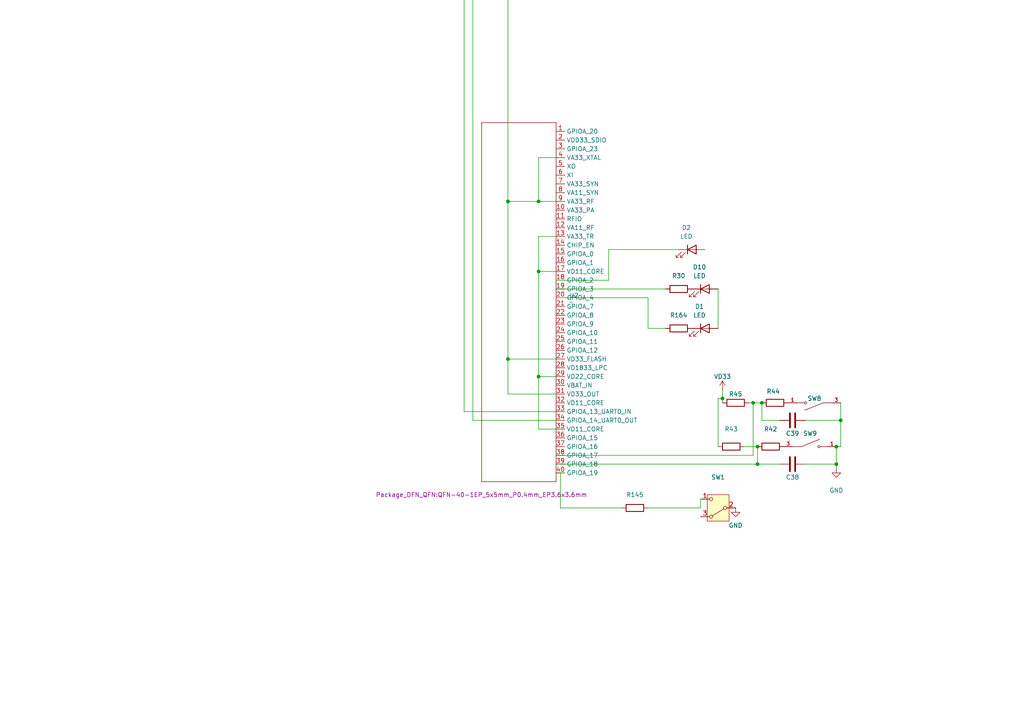
<source format=kicad_sch>
(kicad_sch
	(version 20231120)
	(generator "eeschema")
	(generator_version "8.0")
	(uuid "efbcb1f4-a04c-41dd-8487-5293248c6338")
	(paper "A4")
	(lib_symbols
		(symbol "Connector:Conn_01x05_Pin"
			(pin_names
				(offset 1.016) hide)
			(exclude_from_sim no)
			(in_bom yes)
			(on_board yes)
			(property "Reference" "J"
				(at 0 7.62 0)
				(effects
					(font
						(size 1.27 1.27)
					)
				)
			)
			(property "Value" "Conn_01x05_Pin"
				(at 0 -7.62 0)
				(effects
					(font
						(size 1.27 1.27)
					)
				)
			)
			(property "Footprint" ""
				(at 0 0 0)
				(effects
					(font
						(size 1.27 1.27)
					)
					(hide yes)
				)
			)
			(property "Datasheet" "~"
				(at 0 0 0)
				(effects
					(font
						(size 1.27 1.27)
					)
					(hide yes)
				)
			)
			(property "Description" "Generic connector, single row, 01x05, script generated"
				(at 0 0 0)
				(effects
					(font
						(size 1.27 1.27)
					)
					(hide yes)
				)
			)
			(property "ki_locked" ""
				(at 0 0 0)
				(effects
					(font
						(size 1.27 1.27)
					)
				)
			)
			(property "ki_keywords" "connector"
				(at 0 0 0)
				(effects
					(font
						(size 1.27 1.27)
					)
					(hide yes)
				)
			)
			(property "ki_fp_filters" "Connector*:*_1x??_*"
				(at 0 0 0)
				(effects
					(font
						(size 1.27 1.27)
					)
					(hide yes)
				)
			)
			(symbol "Conn_01x05_Pin_1_1"
				(polyline
					(pts
						(xy 1.27 -5.08) (xy 0.8636 -5.08)
					)
					(stroke
						(width 0.1524)
						(type default)
					)
					(fill
						(type none)
					)
				)
				(polyline
					(pts
						(xy 1.27 -2.54) (xy 0.8636 -2.54)
					)
					(stroke
						(width 0.1524)
						(type default)
					)
					(fill
						(type none)
					)
				)
				(polyline
					(pts
						(xy 1.27 0) (xy 0.8636 0)
					)
					(stroke
						(width 0.1524)
						(type default)
					)
					(fill
						(type none)
					)
				)
				(polyline
					(pts
						(xy 1.27 2.54) (xy 0.8636 2.54)
					)
					(stroke
						(width 0.1524)
						(type default)
					)
					(fill
						(type none)
					)
				)
				(polyline
					(pts
						(xy 1.27 5.08) (xy 0.8636 5.08)
					)
					(stroke
						(width 0.1524)
						(type default)
					)
					(fill
						(type none)
					)
				)
				(rectangle
					(start 0.8636 -4.953)
					(end 0 -5.207)
					(stroke
						(width 0.1524)
						(type default)
					)
					(fill
						(type outline)
					)
				)
				(rectangle
					(start 0.8636 -2.413)
					(end 0 -2.667)
					(stroke
						(width 0.1524)
						(type default)
					)
					(fill
						(type outline)
					)
				)
				(rectangle
					(start 0.8636 0.127)
					(end 0 -0.127)
					(stroke
						(width 0.1524)
						(type default)
					)
					(fill
						(type outline)
					)
				)
				(rectangle
					(start 0.8636 2.667)
					(end 0 2.413)
					(stroke
						(width 0.1524)
						(type default)
					)
					(fill
						(type outline)
					)
				)
				(rectangle
					(start 0.8636 5.207)
					(end 0 4.953)
					(stroke
						(width 0.1524)
						(type default)
					)
					(fill
						(type outline)
					)
				)
				(pin passive line
					(at 5.08 5.08 180)
					(length 3.81)
					(name "Pin_1"
						(effects
							(font
								(size 1.27 1.27)
							)
						)
					)
					(number "1"
						(effects
							(font
								(size 1.27 1.27)
							)
						)
					)
				)
				(pin passive line
					(at 5.08 2.54 180)
					(length 3.81)
					(name "Pin_2"
						(effects
							(font
								(size 1.27 1.27)
							)
						)
					)
					(number "2"
						(effects
							(font
								(size 1.27 1.27)
							)
						)
					)
				)
				(pin passive line
					(at 5.08 0 180)
					(length 3.81)
					(name "Pin_3"
						(effects
							(font
								(size 1.27 1.27)
							)
						)
					)
					(number "3"
						(effects
							(font
								(size 1.27 1.27)
							)
						)
					)
				)
				(pin passive line
					(at 5.08 -2.54 180)
					(length 3.81)
					(name "Pin_4"
						(effects
							(font
								(size 1.27 1.27)
							)
						)
					)
					(number "4"
						(effects
							(font
								(size 1.27 1.27)
							)
						)
					)
				)
				(pin passive line
					(at 5.08 -5.08 180)
					(length 3.81)
					(name "Pin_5"
						(effects
							(font
								(size 1.27 1.27)
							)
						)
					)
					(number "5"
						(effects
							(font
								(size 1.27 1.27)
							)
						)
					)
				)
			)
		)
		(symbol "Device:C"
			(pin_numbers hide)
			(pin_names
				(offset 0.254)
			)
			(exclude_from_sim no)
			(in_bom yes)
			(on_board yes)
			(property "Reference" "C"
				(at 0.635 2.54 0)
				(effects
					(font
						(size 1.27 1.27)
					)
					(justify left)
				)
			)
			(property "Value" "C"
				(at 0.635 -2.54 0)
				(effects
					(font
						(size 1.27 1.27)
					)
					(justify left)
				)
			)
			(property "Footprint" ""
				(at 0.9652 -3.81 0)
				(effects
					(font
						(size 1.27 1.27)
					)
					(hide yes)
				)
			)
			(property "Datasheet" "~"
				(at 0 0 0)
				(effects
					(font
						(size 1.27 1.27)
					)
					(hide yes)
				)
			)
			(property "Description" "Unpolarized capacitor"
				(at 0 0 0)
				(effects
					(font
						(size 1.27 1.27)
					)
					(hide yes)
				)
			)
			(property "ki_keywords" "cap capacitor"
				(at 0 0 0)
				(effects
					(font
						(size 1.27 1.27)
					)
					(hide yes)
				)
			)
			(property "ki_fp_filters" "C_*"
				(at 0 0 0)
				(effects
					(font
						(size 1.27 1.27)
					)
					(hide yes)
				)
			)
			(symbol "C_0_1"
				(polyline
					(pts
						(xy -2.032 -0.762) (xy 2.032 -0.762)
					)
					(stroke
						(width 0.508)
						(type default)
					)
					(fill
						(type none)
					)
				)
				(polyline
					(pts
						(xy -2.032 0.762) (xy 2.032 0.762)
					)
					(stroke
						(width 0.508)
						(type default)
					)
					(fill
						(type none)
					)
				)
			)
			(symbol "C_1_1"
				(pin passive line
					(at 0 3.81 270)
					(length 2.794)
					(name "~"
						(effects
							(font
								(size 1.27 1.27)
							)
						)
					)
					(number "1"
						(effects
							(font
								(size 1.27 1.27)
							)
						)
					)
				)
				(pin passive line
					(at 0 -3.81 90)
					(length 2.794)
					(name "~"
						(effects
							(font
								(size 1.27 1.27)
							)
						)
					)
					(number "2"
						(effects
							(font
								(size 1.27 1.27)
							)
						)
					)
				)
			)
		)
		(symbol "Device:LED"
			(pin_numbers hide)
			(pin_names
				(offset 1.016) hide)
			(exclude_from_sim no)
			(in_bom yes)
			(on_board yes)
			(property "Reference" "D"
				(at 0 2.54 0)
				(effects
					(font
						(size 1.27 1.27)
					)
				)
			)
			(property "Value" "LED"
				(at 0 -2.54 0)
				(effects
					(font
						(size 1.27 1.27)
					)
				)
			)
			(property "Footprint" ""
				(at 0 0 0)
				(effects
					(font
						(size 1.27 1.27)
					)
					(hide yes)
				)
			)
			(property "Datasheet" "~"
				(at 0 0 0)
				(effects
					(font
						(size 1.27 1.27)
					)
					(hide yes)
				)
			)
			(property "Description" "Light emitting diode"
				(at 0 0 0)
				(effects
					(font
						(size 1.27 1.27)
					)
					(hide yes)
				)
			)
			(property "ki_keywords" "LED diode"
				(at 0 0 0)
				(effects
					(font
						(size 1.27 1.27)
					)
					(hide yes)
				)
			)
			(property "ki_fp_filters" "LED* LED_SMD:* LED_THT:*"
				(at 0 0 0)
				(effects
					(font
						(size 1.27 1.27)
					)
					(hide yes)
				)
			)
			(symbol "LED_0_1"
				(polyline
					(pts
						(xy -1.27 -1.27) (xy -1.27 1.27)
					)
					(stroke
						(width 0.254)
						(type default)
					)
					(fill
						(type none)
					)
				)
				(polyline
					(pts
						(xy -1.27 0) (xy 1.27 0)
					)
					(stroke
						(width 0)
						(type default)
					)
					(fill
						(type none)
					)
				)
				(polyline
					(pts
						(xy 1.27 -1.27) (xy 1.27 1.27) (xy -1.27 0) (xy 1.27 -1.27)
					)
					(stroke
						(width 0.254)
						(type default)
					)
					(fill
						(type none)
					)
				)
				(polyline
					(pts
						(xy -3.048 -0.762) (xy -4.572 -2.286) (xy -3.81 -2.286) (xy -4.572 -2.286) (xy -4.572 -1.524)
					)
					(stroke
						(width 0)
						(type default)
					)
					(fill
						(type none)
					)
				)
				(polyline
					(pts
						(xy -1.778 -0.762) (xy -3.302 -2.286) (xy -2.54 -2.286) (xy -3.302 -2.286) (xy -3.302 -1.524)
					)
					(stroke
						(width 0)
						(type default)
					)
					(fill
						(type none)
					)
				)
			)
			(symbol "LED_1_1"
				(pin passive line
					(at -3.81 0 0)
					(length 2.54)
					(name "K"
						(effects
							(font
								(size 1.27 1.27)
							)
						)
					)
					(number "1"
						(effects
							(font
								(size 1.27 1.27)
							)
						)
					)
				)
				(pin passive line
					(at 3.81 0 180)
					(length 2.54)
					(name "A"
						(effects
							(font
								(size 1.27 1.27)
							)
						)
					)
					(number "2"
						(effects
							(font
								(size 1.27 1.27)
							)
						)
					)
				)
			)
		)
		(symbol "Device:R"
			(pin_numbers hide)
			(pin_names
				(offset 0)
			)
			(exclude_from_sim no)
			(in_bom yes)
			(on_board yes)
			(property "Reference" "R"
				(at 2.032 0 90)
				(effects
					(font
						(size 1.27 1.27)
					)
				)
			)
			(property "Value" "R"
				(at 0 0 90)
				(effects
					(font
						(size 1.27 1.27)
					)
				)
			)
			(property "Footprint" ""
				(at -1.778 0 90)
				(effects
					(font
						(size 1.27 1.27)
					)
					(hide yes)
				)
			)
			(property "Datasheet" "~"
				(at 0 0 0)
				(effects
					(font
						(size 1.27 1.27)
					)
					(hide yes)
				)
			)
			(property "Description" "Resistor"
				(at 0 0 0)
				(effects
					(font
						(size 1.27 1.27)
					)
					(hide yes)
				)
			)
			(property "ki_keywords" "R res resistor"
				(at 0 0 0)
				(effects
					(font
						(size 1.27 1.27)
					)
					(hide yes)
				)
			)
			(property "ki_fp_filters" "R_*"
				(at 0 0 0)
				(effects
					(font
						(size 1.27 1.27)
					)
					(hide yes)
				)
			)
			(symbol "R_0_1"
				(rectangle
					(start -1.016 -2.54)
					(end 1.016 2.54)
					(stroke
						(width 0.254)
						(type default)
					)
					(fill
						(type none)
					)
				)
			)
			(symbol "R_1_1"
				(pin passive line
					(at 0 3.81 270)
					(length 1.27)
					(name "~"
						(effects
							(font
								(size 1.27 1.27)
							)
						)
					)
					(number "1"
						(effects
							(font
								(size 1.27 1.27)
							)
						)
					)
				)
				(pin passive line
					(at 0 -3.81 90)
					(length 1.27)
					(name "~"
						(effects
							(font
								(size 1.27 1.27)
							)
						)
					)
					(number "2"
						(effects
							(font
								(size 1.27 1.27)
							)
						)
					)
				)
			)
		)
		(symbol "PTS_647_SM38_SMTR2_LFS:PTS_647_SM38_SMTR2_LFS"
			(pin_names
				(offset 1.016)
			)
			(exclude_from_sim no)
			(in_bom yes)
			(on_board yes)
			(property "Reference" "S"
				(at -2.54 2.54 0)
				(effects
					(font
						(size 1.27 1.27)
					)
					(justify left bottom)
				)
			)
			(property "Value" "PTS_647_SM38_SMTR2_LFS"
				(at -2.54 -2.54 0)
				(effects
					(font
						(size 1.27 1.27)
					)
					(justify left top)
				)
			)
			(property "Footprint" "PTS_647_SM38_SMTR2_LFS:SW_PTS_647_SM38_SMTR2_LFS"
				(at 0 0 0)
				(effects
					(font
						(size 1.27 1.27)
					)
					(justify bottom)
					(hide yes)
				)
			)
			(property "Datasheet" ""
				(at 0 0 0)
				(effects
					(font
						(size 1.27 1.27)
					)
					(hide yes)
				)
			)
			(property "Description" ""
				(at 0 0 0)
				(effects
					(font
						(size 1.27 1.27)
					)
					(hide yes)
				)
			)
			(property "PARTREV" "11 Jun 19"
				(at 0 0 0)
				(effects
					(font
						(size 1.27 1.27)
					)
					(justify bottom)
					(hide yes)
				)
			)
			(property "STANDARD" "Manufacturer Recommendations"
				(at 0 0 0)
				(effects
					(font
						(size 1.27 1.27)
					)
					(justify bottom)
					(hide yes)
				)
			)
			(property "MAXIMUM_PACKAGE_HEIGHT" "3.8 mm"
				(at 0 0 0)
				(effects
					(font
						(size 1.27 1.27)
					)
					(justify bottom)
					(hide yes)
				)
			)
			(property "MANUFACTURER" "C&K"
				(at 0 0 0)
				(effects
					(font
						(size 1.27 1.27)
					)
					(justify bottom)
					(hide yes)
				)
			)
			(symbol "PTS_647_SM38_SMTR2_LFS_0_0"
				(polyline
					(pts
						(xy -2.54 0) (xy -5.08 0)
					)
					(stroke
						(width 0.1524)
						(type default)
					)
					(fill
						(type none)
					)
				)
				(polyline
					(pts
						(xy -2.54 0) (xy 2.794 2.1336)
					)
					(stroke
						(width 0.1524)
						(type default)
					)
					(fill
						(type none)
					)
				)
				(polyline
					(pts
						(xy 5.08 0) (xy 2.921 0)
					)
					(stroke
						(width 0.1524)
						(type default)
					)
					(fill
						(type none)
					)
				)
				(circle
					(center 2.54 0)
					(radius 0.3302)
					(stroke
						(width 0.1524)
						(type default)
					)
					(fill
						(type none)
					)
				)
				(pin passive line
					(at 7.62 0 180)
					(length 2.54)
					(name "~"
						(effects
							(font
								(size 1.016 1.016)
							)
						)
					)
					(number "1"
						(effects
							(font
								(size 1.016 1.016)
							)
						)
					)
				)
				(pin passive line
					(at -7.62 0 0)
					(length 2.54)
					(name "~"
						(effects
							(font
								(size 1.016 1.016)
							)
						)
					)
					(number "3"
						(effects
							(font
								(size 1.016 1.016)
							)
						)
					)
				)
			)
		)
		(symbol "Realtek:CMS8S5880"
			(exclude_from_sim no)
			(in_bom yes)
			(on_board yes)
			(property "Reference" "U"
				(at 0 0 0)
				(effects
					(font
						(size 1.27 1.27)
					)
				)
			)
			(property "Value" ""
				(at 0 0 0)
				(effects
					(font
						(size 1.27 1.27)
					)
				)
			)
			(property "Footprint" "Package_SO:TSSOP-20-1EP_4.4x6.5mm_P0.65mm_EP2.15x3.35mm"
				(at 0 0 0)
				(effects
					(font
						(size 1.27 1.27)
					)
				)
			)
			(property "Datasheet" ""
				(at 0 0 0)
				(effects
					(font
						(size 1.27 1.27)
					)
					(hide yes)
				)
			)
			(property "Description" ""
				(at 0 0 0)
				(effects
					(font
						(size 1.27 1.27)
					)
					(hide yes)
				)
			)
			(symbol "CMS8S5880_1_1"
				(pin bidirectional line
					(at 10.16 21.59 0)
					(length 2.54)
					(name ""
						(effects
							(font
								(size 1.27 1.27)
							)
						)
					)
					(number "1"
						(effects
							(font
								(size 1.27 1.27)
							)
						)
					)
				)
				(pin bidirectional line
					(at 10.16 -1.27 0)
					(length 2.54)
					(name ""
						(effects
							(font
								(size 1.27 1.27)
							)
						)
					)
					(number "10"
						(effects
							(font
								(size 1.27 1.27)
							)
						)
					)
				)
				(pin bidirectional line
					(at 10.16 -3.81 0)
					(length 2.54)
					(name ""
						(effects
							(font
								(size 1.27 1.27)
							)
						)
					)
					(number "11"
						(effects
							(font
								(size 1.27 1.27)
							)
						)
					)
				)
				(pin bidirectional line
					(at 10.16 -6.35 0)
					(length 2.54)
					(name ""
						(effects
							(font
								(size 1.27 1.27)
							)
						)
					)
					(number "12"
						(effects
							(font
								(size 1.27 1.27)
							)
						)
					)
				)
				(pin bidirectional line
					(at 10.16 -8.89 0)
					(length 2.54)
					(name ""
						(effects
							(font
								(size 1.27 1.27)
							)
						)
					)
					(number "13"
						(effects
							(font
								(size 1.27 1.27)
							)
						)
					)
				)
				(pin bidirectional line
					(at 10.16 -11.43 0)
					(length 2.54)
					(name ""
						(effects
							(font
								(size 1.27 1.27)
							)
						)
					)
					(number "14"
						(effects
							(font
								(size 1.27 1.27)
							)
						)
					)
				)
				(pin bidirectional line
					(at 10.16 -13.97 0)
					(length 2.54)
					(name ""
						(effects
							(font
								(size 1.27 1.27)
							)
						)
					)
					(number "15"
						(effects
							(font
								(size 1.27 1.27)
							)
						)
					)
				)
				(pin bidirectional line
					(at 10.16 -16.51 0)
					(length 2.54)
					(name ""
						(effects
							(font
								(size 1.27 1.27)
							)
						)
					)
					(number "16"
						(effects
							(font
								(size 1.27 1.27)
							)
						)
					)
				)
				(pin bidirectional line
					(at 10.16 -19.05 0)
					(length 2.54)
					(name ""
						(effects
							(font
								(size 1.27 1.27)
							)
						)
					)
					(number "17"
						(effects
							(font
								(size 1.27 1.27)
							)
						)
					)
				)
				(pin bidirectional line
					(at 10.16 -21.59 0)
					(length 2.54)
					(name ""
						(effects
							(font
								(size 1.27 1.27)
							)
						)
					)
					(number "18"
						(effects
							(font
								(size 1.27 1.27)
							)
						)
					)
				)
				(pin bidirectional line
					(at 10.16 -24.13 0)
					(length 2.54)
					(name ""
						(effects
							(font
								(size 1.27 1.27)
							)
						)
					)
					(number "19"
						(effects
							(font
								(size 1.27 1.27)
							)
						)
					)
				)
				(pin bidirectional line
					(at 10.16 19.05 0)
					(length 2.54)
					(name ""
						(effects
							(font
								(size 1.27 1.27)
							)
						)
					)
					(number "2"
						(effects
							(font
								(size 1.27 1.27)
							)
						)
					)
				)
				(pin bidirectional line
					(at 10.16 -26.67 0)
					(length 2.54)
					(name ""
						(effects
							(font
								(size 1.27 1.27)
							)
						)
					)
					(number "20"
						(effects
							(font
								(size 1.27 1.27)
							)
						)
					)
				)
				(pin bidirectional line
					(at 10.16 16.51 0)
					(length 2.54)
					(name ""
						(effects
							(font
								(size 1.27 1.27)
							)
						)
					)
					(number "3"
						(effects
							(font
								(size 1.27 1.27)
							)
						)
					)
				)
				(pin bidirectional line
					(at 10.16 13.97 0)
					(length 2.54)
					(name ""
						(effects
							(font
								(size 1.27 1.27)
							)
						)
					)
					(number "4"
						(effects
							(font
								(size 1.27 1.27)
							)
						)
					)
				)
				(pin bidirectional line
					(at 10.16 11.43 0)
					(length 2.54)
					(name ""
						(effects
							(font
								(size 1.27 1.27)
							)
						)
					)
					(number "5"
						(effects
							(font
								(size 1.27 1.27)
							)
						)
					)
				)
				(pin bidirectional line
					(at 10.16 8.89 0)
					(length 2.54)
					(name ""
						(effects
							(font
								(size 1.27 1.27)
							)
						)
					)
					(number "6"
						(effects
							(font
								(size 1.27 1.27)
							)
						)
					)
				)
				(pin bidirectional line
					(at 10.16 6.35 0)
					(length 2.54)
					(name ""
						(effects
							(font
								(size 1.27 1.27)
							)
						)
					)
					(number "7"
						(effects
							(font
								(size 1.27 1.27)
							)
						)
					)
				)
				(pin bidirectional line
					(at 10.16 3.81 0)
					(length 2.54)
					(name ""
						(effects
							(font
								(size 1.27 1.27)
							)
						)
					)
					(number "8"
						(effects
							(font
								(size 1.27 1.27)
							)
						)
					)
				)
				(pin bidirectional line
					(at 10.16 1.27 0)
					(length 2.54)
					(name ""
						(effects
							(font
								(size 1.27 1.27)
							)
						)
					)
					(number "9"
						(effects
							(font
								(size 1.27 1.27)
							)
						)
					)
				)
			)
		)
		(symbol "Realtek:RTL8720CM-VA1"
			(exclude_from_sim no)
			(in_bom yes)
			(on_board yes)
			(property "Reference" "U2"
				(at 25.4 53.9751 0)
				(effects
					(font
						(size 1.27 1.27)
					)
					(justify left)
				)
			)
			(property "Value" "~"
				(at 25.4 52.07 0)
				(effects
					(font
						(size 1.27 1.27)
					)
					(justify left)
				)
			)
			(property "Footprint" "Package_DFN_QFN:QFN-40-1EP_5x5mm_P0.4mm_EP3.6x3.6mm"
				(at -30.734 -3.81 0)
				(effects
					(font
						(size 1.27 1.27)
					)
					(justify left)
				)
			)
			(property "Datasheet" ""
				(at 6.096 99.568 0)
				(effects
					(font
						(size 1.27 1.27)
					)
					(hide yes)
				)
			)
			(property "Description" ""
				(at 6.096 99.568 0)
				(effects
					(font
						(size 1.27 1.27)
					)
					(hide yes)
				)
			)
			(symbol "RTL8720CM-VA1_0_1"
				(rectangle
					(start 0 0)
					(end 21.59 104.14)
					(stroke
						(width 0)
						(type default)
					)
					(fill
						(type none)
					)
				)
			)
			(symbol "RTL8720CM-VA1_1_1"
				(pin bidirectional line
					(at 21.59 101.6 0)
					(length 2.54)
					(name "GPIOA_20"
						(effects
							(font
								(size 1.27 1.27)
							)
						)
					)
					(number "1"
						(effects
							(font
								(size 1.27 1.27)
							)
						)
					)
				)
				(pin bidirectional line
					(at 21.59 78.74 0)
					(length 2.54)
					(name "VA33_PA"
						(effects
							(font
								(size 1.27 1.27)
							)
						)
					)
					(number "10"
						(effects
							(font
								(size 1.27 1.27)
							)
						)
					)
				)
				(pin bidirectional line
					(at 21.59 76.2 0)
					(length 2.54)
					(name "RFIO"
						(effects
							(font
								(size 1.27 1.27)
							)
						)
					)
					(number "11"
						(effects
							(font
								(size 1.27 1.27)
							)
						)
					)
				)
				(pin bidirectional line
					(at 21.59 73.66 0)
					(length 2.54)
					(name "VA11_RF"
						(effects
							(font
								(size 1.27 1.27)
							)
						)
					)
					(number "12"
						(effects
							(font
								(size 1.27 1.27)
							)
						)
					)
				)
				(pin bidirectional line
					(at 21.59 71.12 0)
					(length 2.54)
					(name "VA33_TR"
						(effects
							(font
								(size 1.27 1.27)
							)
						)
					)
					(number "13"
						(effects
							(font
								(size 1.27 1.27)
							)
						)
					)
				)
				(pin bidirectional line
					(at 21.59 68.58 0)
					(length 2.54)
					(name "CHIP_EN"
						(effects
							(font
								(size 1.27 1.27)
							)
						)
					)
					(number "14"
						(effects
							(font
								(size 1.27 1.27)
							)
						)
					)
				)
				(pin bidirectional line
					(at 21.59 66.04 0)
					(length 2.54)
					(name "GPIOA_0"
						(effects
							(font
								(size 1.27 1.27)
							)
						)
					)
					(number "15"
						(effects
							(font
								(size 1.27 1.27)
							)
						)
					)
				)
				(pin bidirectional line
					(at 21.59 63.5 0)
					(length 2.54)
					(name "GPIOA_1"
						(effects
							(font
								(size 1.27 1.27)
							)
						)
					)
					(number "16"
						(effects
							(font
								(size 1.27 1.27)
							)
						)
					)
				)
				(pin bidirectional line
					(at 21.59 60.96 0)
					(length 2.54)
					(name "VD11_CORE"
						(effects
							(font
								(size 1.27 1.27)
							)
						)
					)
					(number "17"
						(effects
							(font
								(size 1.27 1.27)
							)
						)
					)
				)
				(pin bidirectional line
					(at 21.59 58.42 0)
					(length 2.54)
					(name "GPIOA_2"
						(effects
							(font
								(size 1.27 1.27)
							)
						)
					)
					(number "18"
						(effects
							(font
								(size 1.27 1.27)
							)
						)
					)
				)
				(pin bidirectional line
					(at 21.59 55.88 0)
					(length 2.54)
					(name "GPIOA_3"
						(effects
							(font
								(size 1.27 1.27)
							)
						)
					)
					(number "19"
						(effects
							(font
								(size 1.27 1.27)
							)
						)
					)
				)
				(pin bidirectional line
					(at 21.59 99.06 0)
					(length 2.54)
					(name "VDD33_SDIO"
						(effects
							(font
								(size 1.27 1.27)
							)
						)
					)
					(number "2"
						(effects
							(font
								(size 1.27 1.27)
							)
						)
					)
				)
				(pin bidirectional line
					(at 21.59 53.34 0)
					(length 2.54)
					(name "GPIOA_4"
						(effects
							(font
								(size 1.27 1.27)
							)
						)
					)
					(number "20"
						(effects
							(font
								(size 1.27 1.27)
							)
						)
					)
				)
				(pin bidirectional line
					(at 21.59 50.8 0)
					(length 2.54)
					(name "GPIOA_7"
						(effects
							(font
								(size 1.27 1.27)
							)
						)
					)
					(number "21"
						(effects
							(font
								(size 1.27 1.27)
							)
						)
					)
				)
				(pin bidirectional line
					(at 21.59 48.26 0)
					(length 2.54)
					(name "GPIOA_8"
						(effects
							(font
								(size 1.27 1.27)
							)
						)
					)
					(number "22"
						(effects
							(font
								(size 1.27 1.27)
							)
						)
					)
				)
				(pin bidirectional line
					(at 21.59 45.72 0)
					(length 2.54)
					(name "GPIOA_9"
						(effects
							(font
								(size 1.27 1.27)
							)
						)
					)
					(number "23"
						(effects
							(font
								(size 1.27 1.27)
							)
						)
					)
				)
				(pin bidirectional line
					(at 21.59 43.18 0)
					(length 2.54)
					(name "GPIOA_10"
						(effects
							(font
								(size 1.27 1.27)
							)
						)
					)
					(number "24"
						(effects
							(font
								(size 1.27 1.27)
							)
						)
					)
				)
				(pin bidirectional line
					(at 21.59 40.64 0)
					(length 2.54)
					(name "GPIOA_11"
						(effects
							(font
								(size 1.27 1.27)
							)
						)
					)
					(number "25"
						(effects
							(font
								(size 1.27 1.27)
							)
						)
					)
				)
				(pin bidirectional line
					(at 21.59 38.1 0)
					(length 2.54)
					(name "GPIOA_12"
						(effects
							(font
								(size 1.27 1.27)
							)
						)
					)
					(number "26"
						(effects
							(font
								(size 1.27 1.27)
							)
						)
					)
				)
				(pin bidirectional line
					(at 21.59 35.56 0)
					(length 2.54)
					(name "VD33_FLASH"
						(effects
							(font
								(size 1.27 1.27)
							)
						)
					)
					(number "27"
						(effects
							(font
								(size 1.27 1.27)
							)
						)
					)
				)
				(pin bidirectional line
					(at 21.59 33.02 0)
					(length 2.54)
					(name "VD1833_LPC"
						(effects
							(font
								(size 1.27 1.27)
							)
						)
					)
					(number "28"
						(effects
							(font
								(size 1.27 1.27)
							)
						)
					)
				)
				(pin bidirectional line
					(at 21.59 30.48 0)
					(length 2.54)
					(name "VD22_CORE"
						(effects
							(font
								(size 1.27 1.27)
							)
						)
					)
					(number "29"
						(effects
							(font
								(size 1.27 1.27)
							)
						)
					)
				)
				(pin bidirectional line
					(at 21.59 96.52 0)
					(length 2.54)
					(name "GPIOA_23"
						(effects
							(font
								(size 1.27 1.27)
							)
						)
					)
					(number "3"
						(effects
							(font
								(size 1.27 1.27)
							)
						)
					)
				)
				(pin bidirectional line
					(at 21.59 27.94 0)
					(length 2.54)
					(name "VBAT_IN"
						(effects
							(font
								(size 1.27 1.27)
							)
						)
					)
					(number "30"
						(effects
							(font
								(size 1.27 1.27)
							)
						)
					)
				)
				(pin bidirectional line
					(at 21.59 25.4 0)
					(length 2.54)
					(name "VD33_OUT"
						(effects
							(font
								(size 1.27 1.27)
							)
						)
					)
					(number "31"
						(effects
							(font
								(size 1.27 1.27)
							)
						)
					)
				)
				(pin bidirectional line
					(at 21.59 22.86 0)
					(length 2.54)
					(name "VD11_CORE"
						(effects
							(font
								(size 1.27 1.27)
							)
						)
					)
					(number "32"
						(effects
							(font
								(size 1.27 1.27)
							)
						)
					)
				)
				(pin bidirectional line
					(at 21.59 20.32 0)
					(length 2.54)
					(name "GPIOA_13_UART0_IN"
						(effects
							(font
								(size 1.27 1.27)
							)
						)
					)
					(number "33"
						(effects
							(font
								(size 1.27 1.27)
							)
						)
					)
				)
				(pin bidirectional line
					(at 21.59 17.78 0)
					(length 2.54)
					(name "GPIOA_14_UART0_OUT"
						(effects
							(font
								(size 1.27 1.27)
							)
						)
					)
					(number "34"
						(effects
							(font
								(size 1.27 1.27)
							)
						)
					)
				)
				(pin bidirectional line
					(at 21.59 15.24 0)
					(length 2.54)
					(name "VD11_CORE"
						(effects
							(font
								(size 1.27 1.27)
							)
						)
					)
					(number "35"
						(effects
							(font
								(size 1.27 1.27)
							)
						)
					)
				)
				(pin bidirectional line
					(at 21.59 12.7 0)
					(length 2.54)
					(name "GPIOA_15"
						(effects
							(font
								(size 1.27 1.27)
							)
						)
					)
					(number "36"
						(effects
							(font
								(size 1.27 1.27)
							)
						)
					)
				)
				(pin bidirectional line
					(at 21.59 10.16 0)
					(length 2.54)
					(name "GPIOA_16"
						(effects
							(font
								(size 1.27 1.27)
							)
						)
					)
					(number "37"
						(effects
							(font
								(size 1.27 1.27)
							)
						)
					)
				)
				(pin bidirectional line
					(at 21.59 7.62 0)
					(length 2.54)
					(name "GPIOA_17"
						(effects
							(font
								(size 1.27 1.27)
							)
						)
					)
					(number "38"
						(effects
							(font
								(size 1.27 1.27)
							)
						)
					)
				)
				(pin bidirectional line
					(at 21.59 5.08 0)
					(length 2.54)
					(name "GPIOA_18"
						(effects
							(font
								(size 1.27 1.27)
							)
						)
					)
					(number "39"
						(effects
							(font
								(size 1.27 1.27)
							)
						)
					)
				)
				(pin bidirectional line
					(at 21.59 93.98 0)
					(length 2.54)
					(name "VA33_XTAL"
						(effects
							(font
								(size 1.27 1.27)
							)
						)
					)
					(number "4"
						(effects
							(font
								(size 1.27 1.27)
							)
						)
					)
				)
				(pin bidirectional line
					(at 21.59 2.54 0)
					(length 2.54)
					(name "GPIOA_19"
						(effects
							(font
								(size 1.27 1.27)
							)
						)
					)
					(number "40"
						(effects
							(font
								(size 1.27 1.27)
							)
						)
					)
				)
				(pin bidirectional line
					(at 21.59 91.44 0)
					(length 2.54)
					(name "XO"
						(effects
							(font
								(size 1.27 1.27)
							)
						)
					)
					(number "5"
						(effects
							(font
								(size 1.27 1.27)
							)
						)
					)
				)
				(pin bidirectional line
					(at 21.59 88.9 0)
					(length 2.54)
					(name "XI"
						(effects
							(font
								(size 1.27 1.27)
							)
						)
					)
					(number "6"
						(effects
							(font
								(size 1.27 1.27)
							)
						)
					)
				)
				(pin bidirectional line
					(at 21.59 86.36 0)
					(length 2.54)
					(name "VA33_SYN"
						(effects
							(font
								(size 1.27 1.27)
							)
						)
					)
					(number "7"
						(effects
							(font
								(size 1.27 1.27)
							)
						)
					)
				)
				(pin bidirectional line
					(at 21.59 83.82 0)
					(length 2.54)
					(name "VA11_SYN"
						(effects
							(font
								(size 1.27 1.27)
							)
						)
					)
					(number "8"
						(effects
							(font
								(size 1.27 1.27)
							)
						)
					)
				)
				(pin bidirectional line
					(at 21.59 81.28 0)
					(length 2.54)
					(name "VA33_RF"
						(effects
							(font
								(size 1.27 1.27)
							)
						)
					)
					(number "9"
						(effects
							(font
								(size 1.27 1.27)
							)
						)
					)
				)
			)
		)
		(symbol "Switch:SW_Wuerth_450301014042"
			(pin_names
				(offset 1) hide)
			(exclude_from_sim no)
			(in_bom yes)
			(on_board yes)
			(property "Reference" "SW1"
				(at 0 -8.89 0)
				(effects
					(font
						(size 1.27 1.27)
					)
				)
			)
			(property "Value" "SW_Wuerth_450301014042"
				(at 0 -6.35 0)
				(effects
					(font
						(size 1.27 1.27)
					)
					(hide yes)
				)
			)
			(property "Footprint" "Custom:SIP-3"
				(at 0 -10.16 0)
				(effects
					(font
						(size 1.27 1.27)
					)
					(hide yes)
				)
			)
			(property "Datasheet" "https://www.we-online.com/components/products/datasheet/450301014042.pdf"
				(at 0 -7.62 0)
				(effects
					(font
						(size 1.27 1.27)
					)
					(hide yes)
				)
			)
			(property "Description" "Switch slide, single pole double throw"
				(at 0 0 0)
				(effects
					(font
						(size 1.27 1.27)
					)
					(hide yes)
				)
			)
			(property "ki_keywords" "changeover single-pole opposite-side-connection double-throw spdt ON-ON"
				(at 0 0 0)
				(effects
					(font
						(size 1.27 1.27)
					)
					(hide yes)
				)
			)
			(property "ki_fp_filters" "SW*Wuerth*WS*SLTV*10x2.5x6.4*P2.54mm*"
				(at 0 0 0)
				(effects
					(font
						(size 1.27 1.27)
					)
					(hide yes)
				)
			)
			(symbol "SW_Wuerth_450301014042_0_1"
				(circle
					(center -2.032 0)
					(radius 0.4572)
					(stroke
						(width 0)
						(type default)
					)
					(fill
						(type none)
					)
				)
				(polyline
					(pts
						(xy -1.651 0.254) (xy 1.651 2.286)
					)
					(stroke
						(width 0)
						(type default)
					)
					(fill
						(type none)
					)
				)
				(circle
					(center 2.032 -2.54)
					(radius 0.4572)
					(stroke
						(width 0)
						(type default)
					)
					(fill
						(type none)
					)
				)
				(circle
					(center 2.032 2.54)
					(radius 0.4572)
					(stroke
						(width 0)
						(type default)
					)
					(fill
						(type none)
					)
				)
			)
			(symbol "SW_Wuerth_450301014042_1_1"
				(rectangle
					(start -3.175 3.81)
					(end 3.175 -3.81)
					(stroke
						(width 0)
						(type default)
					)
					(fill
						(type background)
					)
				)
				(pin passive line
					(at 5.08 -2.54 180)
					(length 2.54)
					(name ""
						(effects
							(font
								(size 1.27 1.27)
							)
						)
					)
					(number "1"
						(effects
							(font
								(size 1.27 1.27)
							)
						)
					)
				)
				(pin passive line
					(at -5.08 0 0)
					(length 2.54)
					(name "B"
						(effects
							(font
								(size 1.27 1.27)
							)
						)
					)
					(number "2"
						(effects
							(font
								(size 1.27 1.27)
							)
						)
					)
				)
				(pin passive line
					(at 5.08 2.54 180)
					(length 2.54)
					(name "A"
						(effects
							(font
								(size 1.27 1.27)
							)
						)
					)
					(number "3"
						(effects
							(font
								(size 1.27 1.27)
							)
						)
					)
				)
			)
		)
		(symbol "power:+3.3V"
			(power)
			(pin_numbers hide)
			(pin_names
				(offset 0) hide)
			(exclude_from_sim no)
			(in_bom yes)
			(on_board yes)
			(property "Reference" "#PWR"
				(at 0 -3.81 0)
				(effects
					(font
						(size 1.27 1.27)
					)
					(hide yes)
				)
			)
			(property "Value" "+3.3V"
				(at 0 3.556 0)
				(effects
					(font
						(size 1.27 1.27)
					)
				)
			)
			(property "Footprint" ""
				(at 0 0 0)
				(effects
					(font
						(size 1.27 1.27)
					)
					(hide yes)
				)
			)
			(property "Datasheet" ""
				(at 0 0 0)
				(effects
					(font
						(size 1.27 1.27)
					)
					(hide yes)
				)
			)
			(property "Description" "Power symbol creates a global label with name \"+3.3V\""
				(at 0 0 0)
				(effects
					(font
						(size 1.27 1.27)
					)
					(hide yes)
				)
			)
			(property "ki_keywords" "global power"
				(at 0 0 0)
				(effects
					(font
						(size 1.27 1.27)
					)
					(hide yes)
				)
			)
			(symbol "+3.3V_0_1"
				(polyline
					(pts
						(xy -0.762 1.27) (xy 0 2.54)
					)
					(stroke
						(width 0)
						(type default)
					)
					(fill
						(type none)
					)
				)
				(polyline
					(pts
						(xy 0 0) (xy 0 2.54)
					)
					(stroke
						(width 0)
						(type default)
					)
					(fill
						(type none)
					)
				)
				(polyline
					(pts
						(xy 0 2.54) (xy 0.762 1.27)
					)
					(stroke
						(width 0)
						(type default)
					)
					(fill
						(type none)
					)
				)
			)
			(symbol "+3.3V_1_1"
				(pin power_in line
					(at 0 0 90)
					(length 0)
					(name "~"
						(effects
							(font
								(size 1.27 1.27)
							)
						)
					)
					(number "1"
						(effects
							(font
								(size 1.27 1.27)
							)
						)
					)
				)
			)
		)
		(symbol "power:GND"
			(power)
			(pin_numbers hide)
			(pin_names
				(offset 0) hide)
			(exclude_from_sim no)
			(in_bom yes)
			(on_board yes)
			(property "Reference" "#PWR"
				(at 0 -6.35 0)
				(effects
					(font
						(size 1.27 1.27)
					)
					(hide yes)
				)
			)
			(property "Value" "GND"
				(at 0 -3.81 0)
				(effects
					(font
						(size 1.27 1.27)
					)
				)
			)
			(property "Footprint" ""
				(at 0 0 0)
				(effects
					(font
						(size 1.27 1.27)
					)
					(hide yes)
				)
			)
			(property "Datasheet" ""
				(at 0 0 0)
				(effects
					(font
						(size 1.27 1.27)
					)
					(hide yes)
				)
			)
			(property "Description" "Power symbol creates a global label with name \"GND\" , ground"
				(at 0 0 0)
				(effects
					(font
						(size 1.27 1.27)
					)
					(hide yes)
				)
			)
			(property "ki_keywords" "global power"
				(at 0 0 0)
				(effects
					(font
						(size 1.27 1.27)
					)
					(hide yes)
				)
			)
			(symbol "GND_0_1"
				(polyline
					(pts
						(xy 0 0) (xy 0 -1.27) (xy 1.27 -1.27) (xy 0 -2.54) (xy -1.27 -1.27) (xy 0 -1.27)
					)
					(stroke
						(width 0)
						(type default)
					)
					(fill
						(type none)
					)
				)
			)
			(symbol "GND_1_1"
				(pin power_in line
					(at 0 0 270)
					(length 0)
					(name "~"
						(effects
							(font
								(size 1.27 1.27)
							)
						)
					)
					(number "1"
						(effects
							(font
								(size 1.27 1.27)
							)
						)
					)
				)
			)
		)
	)
	(junction
		(at 156.21 78.74)
		(diameter 0)
		(color 0 0 0 0)
		(uuid "04e492f7-bb99-45d9-9e37-0e06268a62eb")
	)
	(junction
		(at 218.44 116.84)
		(diameter 0)
		(color 0 0 0 0)
		(uuid "08bda366-056e-4e0a-8087-7a8090827c25")
	)
	(junction
		(at 242.57 134.62)
		(diameter 0)
		(color 0 0 0 0)
		(uuid "0a987690-633e-42d1-9859-1c9ca04e46a4")
	)
	(junction
		(at 243.84 121.92)
		(diameter 0)
		(color 0 0 0 0)
		(uuid "0af07b64-4598-4324-9f2b-eca8d9ec1069")
	)
	(junction
		(at 147.32 58.42)
		(diameter 0)
		(color 0 0 0 0)
		(uuid "170be898-fc44-44c3-a22c-a0145bf32ec1")
	)
	(junction
		(at 203.2 -50.8)
		(diameter 0)
		(color 0 0 0 0)
		(uuid "2690ee63-30eb-47b3-8db2-61e87b37f943")
	)
	(junction
		(at 203.2 -22.86)
		(diameter 0)
		(color 0 0 0 0)
		(uuid "2924d638-40ae-46a6-8b26-56fbb6370bf2")
	)
	(junction
		(at 203.2 -76.2)
		(diameter 0)
		(color 0 0 0 0)
		(uuid "3c58f313-b1fe-4821-9c0d-e5babf89cf42")
	)
	(junction
		(at 220.98 116.84)
		(diameter 0)
		(color 0 0 0 0)
		(uuid "5a917f6b-a10f-4e3f-9be5-daf6469f7229")
	)
	(junction
		(at 156.21 109.22)
		(diameter 0)
		(color 0 0 0 0)
		(uuid "5db0fa4d-6ed0-4c4e-b8ca-f8bfbab68202")
	)
	(junction
		(at 219.71 134.62)
		(diameter 0)
		(color 0 0 0 0)
		(uuid "6251ca4e-883d-4563-a901-ff578323a83d")
	)
	(junction
		(at 219.71 129.54)
		(diameter 0)
		(color 0 0 0 0)
		(uuid "8511e56e-0fc7-4bec-b20b-fee92036d7ac")
	)
	(junction
		(at 203.2 -16.51)
		(diameter 0)
		(color 0 0 0 0)
		(uuid "8ea603b4-8079-4a2c-8120-337f4ec4e149")
	)
	(junction
		(at 156.21 58.42)
		(diameter 0)
		(color 0 0 0 0)
		(uuid "a56ab262-c8f4-49f5-bca9-7aee7a5ad097")
	)
	(junction
		(at 203.2 -55.88)
		(diameter 0)
		(color 0 0 0 0)
		(uuid "bf3a1cd8-0215-4025-978d-1f040d1fb22f")
	)
	(junction
		(at 209.55 115.57)
		(diameter 0)
		(color 0 0 0 0)
		(uuid "ca6f6aa4-a5b6-40f5-933b-4e7f919aa6f1")
	)
	(junction
		(at 203.2 -62.23)
		(diameter 0)
		(color 0 0 0 0)
		(uuid "caa0ee24-8078-4b4f-b55e-a4915837c319")
	)
	(junction
		(at 242.57 129.54)
		(diameter 0)
		(color 0 0 0 0)
		(uuid "dfe33465-8e5b-471c-b24f-b106682bdc5b")
	)
	(junction
		(at 203.2 -33.02)
		(diameter 0)
		(color 0 0 0 0)
		(uuid "f30d9fc6-1ae9-4acf-8d91-63ebd7494e0a")
	)
	(junction
		(at 147.32 104.14)
		(diameter 0)
		(color 0 0 0 0)
		(uuid "f755b342-acdb-4246-9dc4-50389ed6c0fa")
	)
	(no_connect
		(at 163.83 -46.99)
		(uuid "29f30ad6-6a39-48c2-b9fe-3b4e7af53f5c")
	)
	(no_connect
		(at 163.83 -49.53)
		(uuid "ddf29cc3-6fb4-4dcc-9730-9a9be7380039")
	)
	(wire
		(pts
			(xy 161.29 83.82) (xy 193.04 83.82)
		)
		(stroke
			(width 0)
			(type default)
		)
		(uuid "01d0621a-cbf4-4e1c-b9fc-c04699c2bcf5")
	)
	(wire
		(pts
			(xy 203.2 -16.51) (xy 203.2 -11.43)
		)
		(stroke
			(width 0)
			(type default)
		)
		(uuid "02057df0-388c-4d7d-9a11-0a7d0d086c82")
	)
	(wire
		(pts
			(xy 147.32 -76.2) (xy 147.32 58.42)
		)
		(stroke
			(width 0)
			(type default)
		)
		(uuid "035c1773-6c11-44d3-84c6-d267f7d2c581")
	)
	(wire
		(pts
			(xy 161.29 114.3) (xy 147.32 114.3)
		)
		(stroke
			(width 0)
			(type default)
		)
		(uuid "058701a9-b727-4bf9-9a32-38c639db5d09")
	)
	(wire
		(pts
			(xy 149.86 -44.45) (xy 149.86 -39.37)
		)
		(stroke
			(width 0)
			(type default)
		)
		(uuid "085129fc-d93b-4300-8b16-c0e236cf2539")
	)
	(wire
		(pts
			(xy 161.29 -26.67) (xy 222.25 -26.67)
		)
		(stroke
			(width 0)
			(type default)
		)
		(uuid "089a4b61-76c9-49c6-bbc3-98782beee630")
	)
	(wire
		(pts
			(xy 161.29 -11.43) (xy 186.69 -11.43)
		)
		(stroke
			(width 0)
			(type default)
		)
		(uuid "095cbcac-f084-4b32-91ea-420139108132")
	)
	(wire
		(pts
			(xy 176.53 72.39) (xy 196.85 72.39)
		)
		(stroke
			(width 0)
			(type default)
		)
		(uuid "0c189e8c-ea3f-457d-b565-cd62e1de2a00")
	)
	(wire
		(pts
			(xy 212.09 -29.21) (xy 161.29 -29.21)
		)
		(stroke
			(width 0)
			(type default)
		)
		(uuid "0c5d1dc9-e94d-427d-b521-0e1e17f65770")
	)
	(wire
		(pts
			(xy 147.32 114.3) (xy 147.32 104.14)
		)
		(stroke
			(width 0)
			(type default)
		)
		(uuid "1139053c-a811-4b54-a035-9ddf96166bbf")
	)
	(wire
		(pts
			(xy 242.57 135.89) (xy 242.57 134.62)
		)
		(stroke
			(width 0)
			(type default)
		)
		(uuid "150015dc-2c83-4f92-aeb4-77d14f461cfd")
	)
	(wire
		(pts
			(xy 187.96 147.32) (xy 203.2 147.32)
		)
		(stroke
			(width 0)
			(type default)
		)
		(uuid "1a586c2c-4e20-4393-a71a-cd6526252f0e")
	)
	(wire
		(pts
			(xy 179.07 -62.23) (xy 187.96 -62.23)
		)
		(stroke
			(width 0)
			(type default)
		)
		(uuid "1a7b5491-ace7-4604-85d7-f17e56c83d02")
	)
	(wire
		(pts
			(xy 170.18 -50.8) (xy 185.42 -50.8)
		)
		(stroke
			(width 0)
			(type default)
		)
		(uuid "1ad0bdee-922c-4638-ac0d-1ffa0debd9f4")
	)
	(wire
		(pts
			(xy 137.16 -31.75) (xy 137.16 121.92)
		)
		(stroke
			(width 0)
			(type default)
		)
		(uuid "1c0e50eb-0391-492c-832f-8fafd9b52df1")
	)
	(wire
		(pts
			(xy 156.21 45.72) (xy 161.29 45.72)
		)
		(stroke
			(width 0)
			(type default)
		)
		(uuid "1e03d57d-55e1-4dd8-80a0-1fc456359dcd")
	)
	(wire
		(pts
			(xy 156.21 78.74) (xy 161.29 78.74)
		)
		(stroke
			(width 0)
			(type default)
		)
		(uuid "1e23ce5c-9875-4eb0-a7a5-343d41f97aed")
	)
	(wire
		(pts
			(xy 161.29 -21.59) (xy 185.42 -21.59)
		)
		(stroke
			(width 0)
			(type default)
		)
		(uuid "208385b1-7c93-43c2-b1ee-b62ffb67e4c6")
	)
	(wire
		(pts
			(xy 219.71 -21.59) (xy 222.25 -21.59)
		)
		(stroke
			(width 0)
			(type default)
		)
		(uuid "21d9b1c1-2282-45cc-9705-34cdd6d306d9")
	)
	(wire
		(pts
			(xy 137.16 121.92) (xy 161.29 121.92)
		)
		(stroke
			(width 0)
			(type default)
		)
		(uuid "24036927-e97f-4271-9f36-b50a09541038")
	)
	(wire
		(pts
			(xy 203.2 -76.2) (xy 203.2 -62.23)
		)
		(stroke
			(width 0)
			(type default)
		)
		(uuid "26314feb-e0e4-428b-80c3-e88694f6add5")
	)
	(wire
		(pts
			(xy 156.21 109.22) (xy 161.29 109.22)
		)
		(stroke
			(width 0)
			(type default)
		)
		(uuid "285b6405-d585-427a-8075-2051cca31006")
	)
	(wire
		(pts
			(xy 161.29 81.28) (xy 176.53 81.28)
		)
		(stroke
			(width 0)
			(type default)
		)
		(uuid "2acb6748-85ee-4580-a1e3-868c6395eb97")
	)
	(wire
		(pts
			(xy 161.29 -34.29) (xy 134.62 -34.29)
		)
		(stroke
			(width 0)
			(type default)
		)
		(uuid "30d6f197-23ae-46e4-b720-40c35a85ba08")
	)
	(wire
		(pts
			(xy 156.21 124.46) (xy 161.29 124.46)
		)
		(stroke
			(width 0)
			(type default)
		)
		(uuid "31bdb6cc-dd4e-4f40-bb2f-5e47a57d086d")
	)
	(wire
		(pts
			(xy 233.68 134.62) (xy 242.57 134.62)
		)
		(stroke
			(width 0)
			(type default)
		)
		(uuid "338ee698-9fe7-4697-bef4-439cf6339ce4")
	)
	(wire
		(pts
			(xy 203.2 -55.88) (xy 203.2 -62.23)
		)
		(stroke
			(width 0)
			(type default)
		)
		(uuid "366331a5-f4da-44c8-a367-1f9f2331b351")
	)
	(wire
		(pts
			(xy 220.98 121.92) (xy 220.98 116.84)
		)
		(stroke
			(width 0)
			(type default)
		)
		(uuid "366f9abc-2902-49f6-8bea-b1dff7633f71")
	)
	(wire
		(pts
			(xy 147.32 104.14) (xy 161.29 104.14)
		)
		(stroke
			(width 0)
			(type default)
		)
		(uuid "37380a36-de35-45eb-b569-91bca42e1930")
	)
	(wire
		(pts
			(xy 185.42 -21.59) (xy 185.42 -22.86)
		)
		(stroke
			(width 0)
			(type default)
		)
		(uuid "39049381-7107-407c-b2c9-05255d54cdf3")
	)
	(wire
		(pts
			(xy 179.07 -62.23) (xy 179.07 -59.69)
		)
		(stroke
			(width 0)
			(type default)
		)
		(uuid "3a16ad77-acac-415a-ac57-6de118a93aa2")
	)
	(wire
		(pts
			(xy 156.21 109.22) (xy 156.21 124.46)
		)
		(stroke
			(width 0)
			(type default)
		)
		(uuid "3c8ac214-769b-4321-aea0-fb54fac54763")
	)
	(wire
		(pts
			(xy 185.42 -24.13) (xy 185.42 -33.02)
		)
		(stroke
			(width 0)
			(type default)
		)
		(uuid "3f1131d2-b900-44a7-bb33-a1011570653d")
	)
	(wire
		(pts
			(xy 185.42 -55.88) (xy 179.07 -55.88)
		)
		(stroke
			(width 0)
			(type default)
		)
		(uuid "3fe7cdca-6c3c-449f-8b12-d79163477f94")
	)
	(wire
		(pts
			(xy 209.55 113.03) (xy 209.55 115.57)
		)
		(stroke
			(width 0)
			(type default)
		)
		(uuid "402602a4-65ba-41e1-8d81-68c75bee5863")
	)
	(wire
		(pts
			(xy 201.93 -11.43) (xy 203.2 -11.43)
		)
		(stroke
			(width 0)
			(type default)
		)
		(uuid "42dfeee2-6063-492c-8856-9902112f0caa")
	)
	(wire
		(pts
			(xy 134.62 119.38) (xy 161.29 119.38)
		)
		(stroke
			(width 0)
			(type default)
		)
		(uuid "45da7695-dc73-4e1f-b515-8ad01b7c0f2e")
	)
	(wire
		(pts
			(xy 134.62 -34.29) (xy 134.62 119.38)
		)
		(stroke
			(width 0)
			(type default)
		)
		(uuid "4781c545-2503-4133-8f21-9f3ed0a781ad")
	)
	(wire
		(pts
			(xy 208.28 83.82) (xy 208.28 95.25)
		)
		(stroke
			(width 0)
			(type default)
		)
		(uuid "4b1053c0-73c2-45c3-a65d-905b75f2776d")
	)
	(wire
		(pts
			(xy 219.71 129.54) (xy 219.71 134.62)
		)
		(stroke
			(width 0)
			(type default)
		)
		(uuid "4d56f670-ead1-4942-8912-4f70d8324182")
	)
	(wire
		(pts
			(xy 179.07 -55.88) (xy 179.07 -57.15)
		)
		(stroke
			(width 0)
			(type default)
		)
		(uuid "4f618208-79b7-4b9d-b624-003302b5e16b")
	)
	(wire
		(pts
			(xy 161.29 132.08) (xy 218.44 132.08)
		)
		(stroke
			(width 0)
			(type default)
		)
		(uuid "50045abf-8c52-4394-906d-208a65aeb571")
	)
	(wire
		(pts
			(xy 222.25 -19.05) (xy 212.09 -19.05)
		)
		(stroke
			(width 0)
			(type default)
		)
		(uuid "518950dc-0d15-4218-9cb3-60bcbad2688e")
	)
	(wire
		(pts
			(xy 203.2 -22.86) (xy 203.2 -16.51)
		)
		(stroke
			(width 0)
			(type default)
		)
		(uuid "5aab1e66-3a52-47a5-85df-dc849dc18a1d")
	)
	(wire
		(pts
			(xy 170.18 -50.8) (xy 170.18 -54.61)
		)
		(stroke
			(width 0)
			(type default)
		)
		(uuid "5e38eebf-db9e-451a-979b-907fd9a56b35")
	)
	(wire
		(pts
			(xy 161.29 -31.75) (xy 137.16 -31.75)
		)
		(stroke
			(width 0)
			(type default)
		)
		(uuid "5eecdb66-8c73-46f0-a272-8456ab01725a")
	)
	(wire
		(pts
			(xy 203.2 -81.28) (xy 203.2 -76.2)
		)
		(stroke
			(width 0)
			(type default)
		)
		(uuid "6b94cdde-0c93-4cde-8fee-6ba531263157")
	)
	(wire
		(pts
			(xy 201.93 -22.86) (xy 203.2 -22.86)
		)
		(stroke
			(width 0)
			(type default)
		)
		(uuid "6d1a214c-4be6-41b7-908f-230887e31431")
	)
	(wire
		(pts
			(xy 203.2 147.32) (xy 203.2 144.78)
		)
		(stroke
			(width 0)
			(type default)
		)
		(uuid "6ed8b5ab-b70d-4cf9-88cd-91810b3d9a9a")
	)
	(wire
		(pts
			(xy 203.2 -76.2) (xy 147.32 -76.2)
		)
		(stroke
			(width 0)
			(type default)
		)
		(uuid "7de517c6-62ab-4133-8d9f-562b0d835a64")
	)
	(wire
		(pts
			(xy 215.9 129.54) (xy 219.71 129.54)
		)
		(stroke
			(width 0)
			(type default)
		)
		(uuid "7df1e861-e567-406c-931d-6080a6c6dc62")
	)
	(wire
		(pts
			(xy 203.2 -55.88) (xy 200.66 -55.88)
		)
		(stroke
			(width 0)
			(type default)
		)
		(uuid "80dd6fc9-74f1-4645-aaf7-dfddaaa3fbc4")
	)
	(wire
		(pts
			(xy 203.2 -55.88) (xy 203.2 -50.8)
		)
		(stroke
			(width 0)
			(type default)
		)
		(uuid "837d169d-3473-4881-8ab0-1d3837c28a98")
	)
	(wire
		(pts
			(xy 185.42 -16.51) (xy 186.69 -16.51)
		)
		(stroke
			(width 0)
			(type default)
		)
		(uuid "84a31c1e-feb2-431e-86a4-62d875455126")
	)
	(wire
		(pts
			(xy 187.96 86.36) (xy 161.29 86.36)
		)
		(stroke
			(width 0)
			(type default)
		)
		(uuid "938a8e96-74dd-4f4f-85e4-3f7b7d41b147")
	)
	(wire
		(pts
			(xy 200.66 -33.02) (xy 203.2 -33.02)
		)
		(stroke
			(width 0)
			(type default)
		)
		(uuid "97007cca-9538-4eb1-8feb-1f3b9008b295")
	)
	(wire
		(pts
			(xy 226.06 121.92) (xy 220.98 121.92)
		)
		(stroke
			(width 0)
			(type default)
		)
		(uuid "97da1a7f-ddd3-4c2a-b868-8ad4a82a820d")
	)
	(wire
		(pts
			(xy 161.29 58.42) (xy 156.21 58.42)
		)
		(stroke
			(width 0)
			(type default)
		)
		(uuid "99308e51-9001-4f25-9d75-430d6585987c")
	)
	(wire
		(pts
			(xy 187.96 95.25) (xy 193.04 95.25)
		)
		(stroke
			(width 0)
			(type default)
		)
		(uuid "9b5ab0d3-08ca-4296-8846-d3132a0c1c0d")
	)
	(wire
		(pts
			(xy 162.56 147.32) (xy 162.56 137.16)
		)
		(stroke
			(width 0)
			(type default)
		)
		(uuid "9e6a8b23-4eda-4307-b575-1525679a53ca")
	)
	(wire
		(pts
			(xy 209.55 116.84) (xy 209.55 115.57)
		)
		(stroke
			(width 0)
			(type default)
		)
		(uuid "a00ce366-467c-4286-95b0-af8fa11fd93e")
	)
	(wire
		(pts
			(xy 217.17 116.84) (xy 218.44 116.84)
		)
		(stroke
			(width 0)
			(type default)
		)
		(uuid "a589084e-64f9-4840-bec4-a19a145f66a1")
	)
	(wire
		(pts
			(xy 242.57 134.62) (xy 242.57 129.54)
		)
		(stroke
			(width 0)
			(type default)
		)
		(uuid "a6f68426-c624-4f64-81ff-b3e6c9840e9e")
	)
	(wire
		(pts
			(xy 156.21 58.42) (xy 156.21 45.72)
		)
		(stroke
			(width 0)
			(type default)
		)
		(uuid "a9005b0f-fd64-4727-90d7-be15aef091b1")
	)
	(wire
		(pts
			(xy 233.68 121.92) (xy 243.84 121.92)
		)
		(stroke
			(width 0)
			(type default)
		)
		(uuid "ad2932fc-7490-4c0e-a68b-dd4dc0c248a7")
	)
	(wire
		(pts
			(xy 161.29 -19.05) (xy 185.42 -19.05)
		)
		(stroke
			(width 0)
			(type default)
		)
		(uuid "ad2ece1c-affc-4ebb-978a-ccf04a8ce27a")
	)
	(wire
		(pts
			(xy 201.93 -16.51) (xy 203.2 -16.51)
		)
		(stroke
			(width 0)
			(type default)
		)
		(uuid "aeb24123-4116-4bf6-b25d-95ca9aae78ca")
	)
	(wire
		(pts
			(xy 219.71 134.62) (xy 226.06 134.62)
		)
		(stroke
			(width 0)
			(type default)
		)
		(uuid "b06f6d50-436e-4c90-85ce-c328ba0a83d1")
	)
	(wire
		(pts
			(xy 203.2 -50.8) (xy 200.66 -50.8)
		)
		(stroke
			(width 0)
			(type default)
		)
		(uuid "b6e36020-2a73-4491-be0b-3165221ea840")
	)
	(wire
		(pts
			(xy 243.84 116.84) (xy 243.84 121.92)
		)
		(stroke
			(width 0)
			(type default)
		)
		(uuid "bca20c33-f6c9-474f-89dc-78e6f416b470")
	)
	(wire
		(pts
			(xy 185.42 -16.51) (xy 185.42 -19.05)
		)
		(stroke
			(width 0)
			(type default)
		)
		(uuid "bfe59fe8-2c77-427c-bd51-6cb424f98603")
	)
	(wire
		(pts
			(xy 219.71 134.62) (xy 161.29 134.62)
		)
		(stroke
			(width 0)
			(type default)
		)
		(uuid "c03eab2e-bcf7-493f-b2b5-0197014b1f26")
	)
	(wire
		(pts
			(xy 156.21 68.58) (xy 156.21 78.74)
		)
		(stroke
			(width 0)
			(type default)
		)
		(uuid "c6cee316-ee1a-48e2-aabc-3dc7081a0ff3")
	)
	(wire
		(pts
			(xy 243.84 129.54) (xy 242.57 129.54)
		)
		(stroke
			(width 0)
			(type default)
		)
		(uuid "c76c398a-6ec9-4ce3-961b-53d80af7e28b")
	)
	(wire
		(pts
			(xy 156.21 78.74) (xy 156.21 109.22)
		)
		(stroke
			(width 0)
			(type default)
		)
		(uuid "c7950ef5-943c-4392-bf59-12ca6df61c4e")
	)
	(wire
		(pts
			(xy 161.29 68.58) (xy 156.21 68.58)
		)
		(stroke
			(width 0)
			(type default)
		)
		(uuid "c9917aef-51c0-406c-9779-cc4b6cab126a")
	)
	(wire
		(pts
			(xy 185.42 -22.86) (xy 186.69 -22.86)
		)
		(stroke
			(width 0)
			(type default)
		)
		(uuid "ca16fdb6-bd67-4a5a-b9fa-fdde7fd13cc5")
	)
	(wire
		(pts
			(xy 208.28 115.57) (xy 208.28 129.54)
		)
		(stroke
			(width 0)
			(type default)
		)
		(uuid "ca82c43f-4099-4218-8c1d-0179d71e4ded")
	)
	(wire
		(pts
			(xy 161.29 -13.97) (xy 222.25 -13.97)
		)
		(stroke
			(width 0)
			(type default)
		)
		(uuid "cc015e98-f277-422f-88cf-87d32d152da3")
	)
	(wire
		(pts
			(xy 179.07 -57.15) (xy 161.29 -57.15)
		)
		(stroke
			(width 0)
			(type default)
		)
		(uuid "cff51890-10c6-4419-847f-a69c0e11815f")
	)
	(wire
		(pts
			(xy 161.29 -24.13) (xy 185.42 -24.13)
		)
		(stroke
			(width 0)
			(type default)
		)
		(uuid "d061d071-c13f-487e-ac66-fb45da5e1e45")
	)
	(wire
		(pts
			(xy 218.44 116.84) (xy 220.98 116.84)
		)
		(stroke
			(width 0)
			(type default)
		)
		(uuid "d25d6d99-83c3-4401-af45-2f7a35ec9da1")
	)
	(wire
		(pts
			(xy 176.53 81.28) (xy 176.53 72.39)
		)
		(stroke
			(width 0)
			(type default)
		)
		(uuid "d41c9309-a6fb-47b6-b7a6-d8b26f3ed08d")
	)
	(wire
		(pts
			(xy 162.56 137.16) (xy 161.29 137.16)
		)
		(stroke
			(width 0)
			(type default)
		)
		(uuid "d5ab9aba-12c5-4df3-a949-7818d8b40b66")
	)
	(wire
		(pts
			(xy 149.86 -44.45) (xy 161.29 -44.45)
		)
		(stroke
			(width 0)
			(type default)
		)
		(uuid "d9ca96f8-f39f-45c4-8d63-c305b3a409ca")
	)
	(wire
		(pts
			(xy 187.96 86.36) (xy 187.96 95.25)
		)
		(stroke
			(width 0)
			(type default)
		)
		(uuid "dcaa95b2-e5c7-4f5a-a3dc-ce63f4ba7d5d")
	)
	(wire
		(pts
			(xy 147.32 58.42) (xy 147.32 104.14)
		)
		(stroke
			(width 0)
			(type default)
		)
		(uuid "ddfa6c80-98b0-425e-b29d-1657cc657768")
	)
	(wire
		(pts
			(xy 203.2 -33.02) (xy 203.2 -22.86)
		)
		(stroke
			(width 0)
			(type default)
		)
		(uuid "de36b7f6-4075-40d2-95b3-8daae83bb206")
	)
	(wire
		(pts
			(xy 212.09 -19.05) (xy 212.09 -29.21)
		)
		(stroke
			(width 0)
			(type default)
		)
		(uuid "debdc9f4-2a34-4c5c-b6e7-79026e667bd6")
	)
	(wire
		(pts
			(xy 161.29 -54.61) (xy 170.18 -54.61)
		)
		(stroke
			(width 0)
			(type default)
		)
		(uuid "df4439fd-401e-475a-a834-c1fbd9659481")
	)
	(wire
		(pts
			(xy 209.55 115.57) (xy 208.28 115.57)
		)
		(stroke
			(width 0)
			(type default)
		)
		(uuid "e159aa42-1df6-4184-8f3f-ac89c0e803f6")
	)
	(wire
		(pts
			(xy 218.44 116.84) (xy 218.44 132.08)
		)
		(stroke
			(width 0)
			(type default)
		)
		(uuid "e80c8a32-8b28-446f-9b44-17a17a409b21")
	)
	(wire
		(pts
			(xy 203.2 -50.8) (xy 203.2 -33.02)
		)
		(stroke
			(width 0)
			(type default)
		)
		(uuid "e939eb15-75d8-427a-a5c9-cd479d90bf13")
	)
	(wire
		(pts
			(xy 156.21 58.42) (xy 147.32 58.42)
		)
		(stroke
			(width 0)
			(type default)
		)
		(uuid "f38c9259-2e63-45ad-92bc-4fcdafd1e844")
	)
	(wire
		(pts
			(xy 179.07 -59.69) (xy 161.29 -59.69)
		)
		(stroke
			(width 0)
			(type default)
		)
		(uuid "f470c188-814a-4cdd-b95d-3d136f85139c")
	)
	(wire
		(pts
			(xy 162.56 147.32) (xy 180.34 147.32)
		)
		(stroke
			(width 0)
			(type default)
		)
		(uuid "f6447a80-fb9c-47fd-a31a-f352cc8fcd06")
	)
	(wire
		(pts
			(xy 243.84 121.92) (xy 243.84 129.54)
		)
		(stroke
			(width 0)
			(type default)
		)
		(uuid "f8421b18-2f58-493a-9f57-265420b989e2")
	)
	(wire
		(pts
			(xy 217.17 -10.16) (xy 217.17 -16.51)
		)
		(stroke
			(width 0)
			(type default)
		)
		(uuid "f9faae09-6e22-4535-baf0-4d274d1ddb54")
	)
	(wire
		(pts
			(xy 222.25 -26.67) (xy 222.25 -24.13)
		)
		(stroke
			(width 0)
			(type default)
		)
		(uuid "fa1bdeda-3cda-469b-913e-a758b5989a8c")
	)
	(wire
		(pts
			(xy 217.17 -16.51) (xy 222.25 -16.51)
		)
		(stroke
			(width 0)
			(type default)
		)
		(uuid "fe46be72-d471-4dcf-909a-4c271c226e1f")
	)
	(global_label "+v?"
		(shape input)
		(at 219.71 -21.59 180)
		(fields_autoplaced yes)
		(effects
			(font
				(size 1.27 1.27)
			)
			(justify right)
		)
		(uuid "20f87cb3-4063-4c70-88b7-87b8b0f1f15e")
		(property "Intersheetrefs" "${INTERSHEET_REFS}"
			(at 213.0962 -21.59 0)
			(effects
				(font
					(size 1.27 1.27)
				)
				(justify right)
				(hide yes)
			)
		)
	)
	(symbol
		(lib_id "Device:LED")
		(at 204.47 83.82 0)
		(unit 1)
		(exclude_from_sim no)
		(in_bom yes)
		(on_board yes)
		(dnp no)
		(uuid "092d7feb-ba2c-419f-892f-046991f2858f")
		(property "Reference" "D10"
			(at 202.8825 77.47 0)
			(effects
				(font
					(size 1.27 1.27)
				)
			)
		)
		(property "Value" "LED"
			(at 202.8825 80.01 0)
			(effects
				(font
					(size 1.27 1.27)
				)
			)
		)
		(property "Footprint" "LED_SMD:LED_0201_0603Metric"
			(at 204.47 83.82 0)
			(effects
				(font
					(size 1.27 1.27)
				)
				(hide yes)
			)
		)
		(property "Datasheet" "~"
			(at 204.47 83.82 0)
			(effects
				(font
					(size 1.27 1.27)
				)
				(hide yes)
			)
		)
		(property "Description" "Light emitting diode"
			(at 204.47 83.82 0)
			(effects
				(font
					(size 1.27 1.27)
				)
				(hide yes)
			)
		)
		(pin "2"
			(uuid "1b20e292-c94f-4ef9-ab71-04bf7918374f")
		)
		(pin "1"
			(uuid "d80c799d-02a9-4453-a71e-3849d4bb60de")
		)
		(instances
			(project "kasa-reverse-engineer"
				(path "/efbcb1f4-a04c-41dd-8487-5293248c6338"
					(reference "D10")
					(unit 1)
				)
			)
		)
	)
	(symbol
		(lib_id "Device:R")
		(at 223.52 129.54 90)
		(unit 1)
		(exclude_from_sim no)
		(in_bom yes)
		(on_board yes)
		(dnp no)
		(fields_autoplaced yes)
		(uuid "10c59627-a923-442a-be74-f5b985da107e")
		(property "Reference" "R42"
			(at 223.52 124.46 90)
			(effects
				(font
					(size 1.27 1.27)
				)
			)
		)
		(property "Value" "R"
			(at 223.52 127 90)
			(effects
				(font
					(size 1.27 1.27)
				)
				(hide yes)
			)
		)
		(property "Footprint" "Resistor_SMD:R_01005_0402Metric"
			(at 223.52 131.318 90)
			(effects
				(font
					(size 1.27 1.27)
				)
				(hide yes)
			)
		)
		(property "Datasheet" "~"
			(at 223.52 129.54 0)
			(effects
				(font
					(size 1.27 1.27)
				)
				(hide yes)
			)
		)
		(property "Description" "Resistor"
			(at 223.52 129.54 0)
			(effects
				(font
					(size 1.27 1.27)
				)
				(hide yes)
			)
		)
		(pin "2"
			(uuid "2bb9f61f-7c6b-4702-a8e9-04521a0cc0bd")
		)
		(pin "1"
			(uuid "b4f01a1d-158d-4b43-9fae-b450e3d1656b")
		)
		(instances
			(project "kasa-reverse-engineer"
				(path "/efbcb1f4-a04c-41dd-8487-5293248c6338"
					(reference "R42")
					(unit 1)
				)
			)
		)
	)
	(symbol
		(lib_id "Device:LED")
		(at 191.77 -62.23 0)
		(unit 1)
		(exclude_from_sim no)
		(in_bom yes)
		(on_board yes)
		(dnp no)
		(uuid "113995c0-82f7-4bdf-afb2-045103b9a131")
		(property "Reference" "D8"
			(at 191.516 -65.278 0)
			(effects
				(font
					(size 1.27 1.27)
				)
			)
		)
		(property "Value" "LED"
			(at 190.1825 -66.04 0)
			(effects
				(font
					(size 1.27 1.27)
				)
				(hide yes)
			)
		)
		(property "Footprint" "LED_SMD:LED_0201_0603Metric"
			(at 191.77 -62.23 0)
			(effects
				(font
					(size 1.27 1.27)
				)
				(hide yes)
			)
		)
		(property "Datasheet" "~"
			(at 191.77 -62.23 0)
			(effects
				(font
					(size 1.27 1.27)
				)
				(hide yes)
			)
		)
		(property "Description" "Light emitting diode"
			(at 191.77 -62.23 0)
			(effects
				(font
					(size 1.27 1.27)
				)
				(hide yes)
			)
		)
		(pin "2"
			(uuid "017a9ba3-9cfd-4f5a-b2dc-61d67b0ef2e0")
		)
		(pin "1"
			(uuid "b0520bb2-fe3e-46c1-bc85-be4e2880dea4")
		)
		(instances
			(project "kasa-reverse-engineer"
				(path "/efbcb1f4-a04c-41dd-8487-5293248c6338"
					(reference "D8")
					(unit 1)
				)
			)
		)
	)
	(symbol
		(lib_id "Device:LED")
		(at 190.5 -16.51 0)
		(unit 1)
		(exclude_from_sim no)
		(in_bom yes)
		(on_board yes)
		(dnp no)
		(uuid "1cf188c6-c6aa-4485-a1f9-957925b400f4")
		(property "Reference" "D5"
			(at 190.246 -19.558 0)
			(effects
				(font
					(size 1.27 1.27)
				)
			)
		)
		(property "Value" "LED"
			(at 188.9125 -20.32 0)
			(effects
				(font
					(size 1.27 1.27)
				)
				(hide yes)
			)
		)
		(property "Footprint" "LED_SMD:LED_0201_0603Metric"
			(at 190.5 -16.51 0)
			(effects
				(font
					(size 1.27 1.27)
				)
				(hide yes)
			)
		)
		(property "Datasheet" "~"
			(at 190.5 -16.51 0)
			(effects
				(font
					(size 1.27 1.27)
				)
				(hide yes)
			)
		)
		(property "Description" "Light emitting diode"
			(at 190.5 -16.51 0)
			(effects
				(font
					(size 1.27 1.27)
				)
				(hide yes)
			)
		)
		(pin "2"
			(uuid "3812e7b4-a2a8-44e7-80e3-14a4c4a0d7e9")
		)
		(pin "1"
			(uuid "df367f2f-98d3-4ccc-b5b7-eac80994fd02")
		)
		(instances
			(project "kasa-reverse-engineer"
				(path "/efbcb1f4-a04c-41dd-8487-5293248c6338"
					(reference "D5")
					(unit 1)
				)
			)
		)
	)
	(symbol
		(lib_id "Device:C")
		(at 229.87 121.92 90)
		(unit 1)
		(exclude_from_sim no)
		(in_bom yes)
		(on_board yes)
		(dnp no)
		(uuid "1fa47651-a431-4a4a-a3da-1723a4700c32")
		(property "Reference" "C39"
			(at 229.87 125.73 90)
			(effects
				(font
					(size 1.27 1.27)
				)
			)
		)
		(property "Value" "C"
			(at 231.1399 118.11 0)
			(effects
				(font
					(size 1.27 1.27)
				)
				(justify left)
				(hide yes)
			)
		)
		(property "Footprint" "Capacitor_SMD:C_01005_0402Metric"
			(at 233.68 120.9548 0)
			(effects
				(font
					(size 1.27 1.27)
				)
				(hide yes)
			)
		)
		(property "Datasheet" "~"
			(at 229.87 121.92 0)
			(effects
				(font
					(size 1.27 1.27)
				)
				(hide yes)
			)
		)
		(property "Description" "Unpolarized capacitor"
			(at 229.87 121.92 0)
			(effects
				(font
					(size 1.27 1.27)
				)
				(hide yes)
			)
		)
		(pin "1"
			(uuid "f2f8a03c-8f3c-455e-b867-60298072cfae")
		)
		(pin "2"
			(uuid "68682954-07e3-4d8c-ba3d-2cfaeadfa888")
		)
		(instances
			(project "kasa-reverse-engineer"
				(path "/efbcb1f4-a04c-41dd-8487-5293248c6338"
					(reference "C39")
					(unit 1)
				)
			)
		)
	)
	(symbol
		(lib_id "Device:R")
		(at 224.79 116.84 90)
		(mirror x)
		(unit 1)
		(exclude_from_sim no)
		(in_bom yes)
		(on_board yes)
		(dnp no)
		(uuid "26af7877-1b6e-4bd9-98fb-a8b193cbbc58")
		(property "Reference" "R44"
			(at 224.282 113.538 90)
			(effects
				(font
					(size 1.27 1.27)
				)
			)
		)
		(property "Value" "R"
			(at 224.79 119.38 90)
			(effects
				(font
					(size 1.27 1.27)
				)
				(hide yes)
			)
		)
		(property "Footprint" "Resistor_SMD:R_01005_0402Metric"
			(at 224.79 115.062 90)
			(effects
				(font
					(size 1.27 1.27)
				)
				(hide yes)
			)
		)
		(property "Datasheet" "~"
			(at 224.79 116.84 0)
			(effects
				(font
					(size 1.27 1.27)
				)
				(hide yes)
			)
		)
		(property "Description" "Resistor"
			(at 224.79 116.84 0)
			(effects
				(font
					(size 1.27 1.27)
				)
				(hide yes)
			)
		)
		(pin "2"
			(uuid "336f7dd4-989b-4b30-8491-8edbd5b48b0e")
		)
		(pin "1"
			(uuid "219bbcd0-9a7a-4033-8d80-9f69d87e2699")
		)
		(instances
			(project "kasa-reverse-engineer"
				(path "/efbcb1f4-a04c-41dd-8487-5293248c6338"
					(reference "R44")
					(unit 1)
				)
			)
		)
	)
	(symbol
		(lib_id "Device:LED")
		(at 200.66 72.39 0)
		(unit 1)
		(exclude_from_sim no)
		(in_bom yes)
		(on_board yes)
		(dnp no)
		(fields_autoplaced yes)
		(uuid "281e4863-168b-4126-b03a-7cfa800bbc5c")
		(property "Reference" "D2"
			(at 199.0725 66.04 0)
			(effects
				(font
					(size 1.27 1.27)
				)
			)
		)
		(property "Value" "LED"
			(at 199.0725 68.58 0)
			(effects
				(font
					(size 1.27 1.27)
				)
			)
		)
		(property "Footprint" "LED_SMD:LED_0201_0603Metric"
			(at 200.66 72.39 0)
			(effects
				(font
					(size 1.27 1.27)
				)
				(hide yes)
			)
		)
		(property "Datasheet" "~"
			(at 200.66 72.39 0)
			(effects
				(font
					(size 1.27 1.27)
				)
				(hide yes)
			)
		)
		(property "Description" "Light emitting diode"
			(at 200.66 72.39 0)
			(effects
				(font
					(size 1.27 1.27)
				)
				(hide yes)
			)
		)
		(pin "2"
			(uuid "a95052c7-ebed-415b-8f5d-ba98576f366a")
		)
		(pin "1"
			(uuid "743367e3-7f32-46d3-ad6e-3c8504a55987")
		)
		(instances
			(project "kasa-reverse-engineer"
				(path "/efbcb1f4-a04c-41dd-8487-5293248c6338"
					(reference "D2")
					(unit 1)
				)
			)
		)
	)
	(symbol
		(lib_id "Device:R")
		(at 198.12 -16.51 90)
		(unit 1)
		(exclude_from_sim no)
		(in_bom yes)
		(on_board yes)
		(dnp no)
		(uuid "33841c1b-0edf-4a31-b8ae-87098f195c37")
		(property "Reference" "R35"
			(at 198.12 -19.05 90)
			(effects
				(font
					(size 1.27 1.27)
				)
			)
		)
		(property "Value" "R"
			(at 198.12 -19.05 90)
			(effects
				(font
					(size 1.27 1.27)
				)
				(hide yes)
			)
		)
		(property "Footprint" "Resistor_SMD:R_0201_0603Metric"
			(at 198.12 -14.732 90)
			(effects
				(font
					(size 1.27 1.27)
				)
				(hide yes)
			)
		)
		(property "Datasheet" "~"
			(at 198.12 -16.51 0)
			(effects
				(font
					(size 1.27 1.27)
				)
				(hide yes)
			)
		)
		(property "Description" "Resistor"
			(at 198.12 -16.51 0)
			(effects
				(font
					(size 1.27 1.27)
				)
				(hide yes)
			)
		)
		(pin "2"
			(uuid "ae5076bc-ae24-4f48-8207-0bf7bf3fd478")
		)
		(pin "1"
			(uuid "ad5a71cf-8c0c-4524-ad57-b281e00bd671")
		)
		(instances
			(project "kasa-reverse-engineer"
				(path "/efbcb1f4-a04c-41dd-8487-5293248c6338"
					(reference "R35")
					(unit 1)
				)
			)
		)
	)
	(symbol
		(lib_id "Device:C")
		(at 229.87 134.62 90)
		(unit 1)
		(exclude_from_sim no)
		(in_bom yes)
		(on_board yes)
		(dnp no)
		(uuid "33943e9d-8537-46dc-b7fa-96950663f290")
		(property "Reference" "C38"
			(at 229.87 138.43 90)
			(effects
				(font
					(size 1.27 1.27)
				)
			)
		)
		(property "Value" "C"
			(at 231.1399 130.81 0)
			(effects
				(font
					(size 1.27 1.27)
				)
				(justify left)
				(hide yes)
			)
		)
		(property "Footprint" "Capacitor_SMD:C_01005_0402Metric"
			(at 233.68 133.6548 0)
			(effects
				(font
					(size 1.27 1.27)
				)
				(hide yes)
			)
		)
		(property "Datasheet" "~"
			(at 229.87 134.62 0)
			(effects
				(font
					(size 1.27 1.27)
				)
				(hide yes)
			)
		)
		(property "Description" "Unpolarized capacitor"
			(at 229.87 134.62 0)
			(effects
				(font
					(size 1.27 1.27)
				)
				(hide yes)
			)
		)
		(pin "1"
			(uuid "8f209711-7da9-4e54-a1df-1fc198cf5293")
		)
		(pin "2"
			(uuid "3bafefd5-1aed-4124-ade1-d95855d34aac")
		)
		(instances
			(project ""
				(path "/efbcb1f4-a04c-41dd-8487-5293248c6338"
					(reference "C38")
					(unit 1)
				)
			)
		)
	)
	(symbol
		(lib_id "Device:R")
		(at 196.85 -55.88 90)
		(unit 1)
		(exclude_from_sim no)
		(in_bom yes)
		(on_board yes)
		(dnp no)
		(uuid "3b99fb66-9542-4fc5-af65-496386393a7f")
		(property "Reference" "R39"
			(at 196.85 -58.42 90)
			(effects
				(font
					(size 1.27 1.27)
				)
			)
		)
		(property "Value" "R"
			(at 196.85 -59.69 90)
			(effects
				(font
					(size 1.27 1.27)
				)
				(hide yes)
			)
		)
		(property "Footprint" "Resistor_SMD:R_0201_0603Metric"
			(at 196.85 -54.102 90)
			(effects
				(font
					(size 1.27 1.27)
				)
				(hide yes)
			)
		)
		(property "Datasheet" "~"
			(at 196.85 -55.88 0)
			(effects
				(font
					(size 1.27 1.27)
				)
				(hide yes)
			)
		)
		(property "Description" "Resistor"
			(at 196.85 -55.88 0)
			(effects
				(font
					(size 1.27 1.27)
				)
				(hide yes)
			)
		)
		(pin "2"
			(uuid "3780f54a-8125-4d63-a4c4-bad0a62e5a98")
		)
		(pin "1"
			(uuid "6dc949c0-299f-4f9f-9751-54ead32d60e3")
		)
		(instances
			(project "kasa-reverse-engineer"
				(path "/efbcb1f4-a04c-41dd-8487-5293248c6338"
					(reference "R39")
					(unit 1)
				)
			)
		)
	)
	(symbol
		(lib_id "power:GND")
		(at 242.57 135.89 0)
		(unit 1)
		(exclude_from_sim no)
		(in_bom yes)
		(on_board yes)
		(dnp no)
		(fields_autoplaced yes)
		(uuid "3c7e0b17-3742-430d-8a89-48e8e33e252f")
		(property "Reference" "#PWR03"
			(at 242.57 142.24 0)
			(effects
				(font
					(size 1.27 1.27)
				)
				(hide yes)
			)
		)
		(property "Value" "GND"
			(at 242.57 142.24 0)
			(effects
				(font
					(size 1.27 1.27)
				)
			)
		)
		(property "Footprint" ""
			(at 242.57 135.89 0)
			(effects
				(font
					(size 1.27 1.27)
				)
				(hide yes)
			)
		)
		(property "Datasheet" ""
			(at 242.57 135.89 0)
			(effects
				(font
					(size 1.27 1.27)
				)
				(hide yes)
			)
		)
		(property "Description" "Power symbol creates a global label with name \"GND\" , ground"
			(at 242.57 135.89 0)
			(effects
				(font
					(size 1.27 1.27)
				)
				(hide yes)
			)
		)
		(pin "1"
			(uuid "25cf13c9-d8a5-4a2b-b034-c6eacf5fdb15")
		)
		(instances
			(project ""
				(path "/efbcb1f4-a04c-41dd-8487-5293248c6338"
					(reference "#PWR03")
					(unit 1)
				)
			)
		)
	)
	(symbol
		(lib_id "PTS_647_SM38_SMTR2_LFS:PTS_647_SM38_SMTR2_LFS")
		(at 234.95 129.54 0)
		(unit 1)
		(exclude_from_sim no)
		(in_bom yes)
		(on_board yes)
		(dnp no)
		(fields_autoplaced yes)
		(uuid "3d65ca1e-51a8-4119-bb2a-2699b38e24e0")
		(property "Reference" "SW9"
			(at 234.95 125.73 0)
			(effects
				(font
					(size 1.27 1.27)
				)
			)
		)
		(property "Value" "PTS_647_SM38_SMTR2_LFS"
			(at 234.95 125.73 0)
			(effects
				(font
					(size 1.27 1.27)
				)
				(hide yes)
			)
		)
		(property "Footprint" "Custom:SW_PTS_647_SM38_SMTR2_LFS"
			(at 234.95 129.54 0)
			(effects
				(font
					(size 1.27 1.27)
				)
				(justify bottom)
				(hide yes)
			)
		)
		(property "Datasheet" ""
			(at 234.95 129.54 0)
			(effects
				(font
					(size 1.27 1.27)
				)
				(hide yes)
			)
		)
		(property "Description" ""
			(at 234.95 129.54 0)
			(effects
				(font
					(size 1.27 1.27)
				)
				(hide yes)
			)
		)
		(property "PARTREV" "11 Jun 19"
			(at 234.95 129.54 0)
			(effects
				(font
					(size 1.27 1.27)
				)
				(justify bottom)
				(hide yes)
			)
		)
		(property "STANDARD" "Manufacturer Recommendations"
			(at 234.95 129.54 0)
			(effects
				(font
					(size 1.27 1.27)
				)
				(justify bottom)
				(hide yes)
			)
		)
		(property "MAXIMUM_PACKAGE_HEIGHT" "3.8 mm"
			(at 234.95 129.54 0)
			(effects
				(font
					(size 1.27 1.27)
				)
				(justify bottom)
				(hide yes)
			)
		)
		(property "MANUFACTURER" "C&K"
			(at 234.95 129.54 0)
			(effects
				(font
					(size 1.27 1.27)
				)
				(justify bottom)
				(hide yes)
			)
		)
		(pin "3"
			(uuid "5d63cc34-aac3-48fd-b966-9fc6743d2adc")
		)
		(pin "1"
			(uuid "fb0682d9-82bf-4c6d-87eb-eb87afa0847e")
		)
		(instances
			(project ""
				(path "/efbcb1f4-a04c-41dd-8487-5293248c6338"
					(reference "SW9")
					(unit 1)
				)
			)
		)
	)
	(symbol
		(lib_id "Device:LED")
		(at 189.23 -33.02 0)
		(unit 1)
		(exclude_from_sim no)
		(in_bom yes)
		(on_board yes)
		(dnp no)
		(uuid "3dd17c74-e077-4ed4-acf6-f87ea9bab6be")
		(property "Reference" "D6"
			(at 188.976 -36.068 0)
			(effects
				(font
					(size 1.27 1.27)
				)
			)
		)
		(property "Value" "LED"
			(at 187.6425 -36.83 0)
			(effects
				(font
					(size 1.27 1.27)
				)
				(hide yes)
			)
		)
		(property "Footprint" "LED_SMD:LED_0201_0603Metric"
			(at 189.23 -33.02 0)
			(effects
				(font
					(size 1.27 1.27)
				)
				(hide yes)
			)
		)
		(property "Datasheet" "~"
			(at 189.23 -33.02 0)
			(effects
				(font
					(size 1.27 1.27)
				)
				(hide yes)
			)
		)
		(property "Description" "Light emitting diode"
			(at 189.23 -33.02 0)
			(effects
				(font
					(size 1.27 1.27)
				)
				(hide yes)
			)
		)
		(pin "2"
			(uuid "798928cb-ce4f-44b8-8908-b3c163bdddc0")
		)
		(pin "1"
			(uuid "814d73a4-1da0-42ac-8051-d0e91b781993")
		)
		(instances
			(project "kasa-reverse-engineer"
				(path "/efbcb1f4-a04c-41dd-8487-5293248c6338"
					(reference "D6")
					(unit 1)
				)
			)
		)
	)
	(symbol
		(lib_id "Realtek:CMS8S5880")
		(at 151.13 -38.1 0)
		(unit 1)
		(exclude_from_sim no)
		(in_bom yes)
		(on_board yes)
		(dnp no)
		(uuid "3efdc9df-a0d8-4738-9b88-23d1c3867f62")
		(property "Reference" "U1"
			(at 165.1 -37.4651 0)
			(effects
				(font
					(size 1.27 1.27)
				)
				(justify left)
			)
		)
		(property "Value" "~"
			(at 165.1 -35.56 0)
			(effects
				(font
					(size 1.27 1.27)
				)
				(justify left)
			)
		)
		(property "Footprint" "Package_SO:TSSOP-20-1EP_4.4x6.5mm_P0.65mm_EP2.15x3.35mm"
			(at 119.126 -5.588 0)
			(effects
				(font
					(size 1.27 1.27)
				)
				(justify left)
				(hide yes)
			)
		)
		(property "Datasheet" ""
			(at 151.13 -38.1 0)
			(effects
				(font
					(size 1.27 1.27)
				)
				(hide yes)
			)
		)
		(property "Description" ""
			(at 151.13 -38.1 0)
			(effects
				(font
					(size 1.27 1.27)
				)
				(hide yes)
			)
		)
		(pin "2"
			(uuid "524e3578-b666-4487-9238-cf8aff3c2060")
		)
		(pin "19"
			(uuid "fd37bb60-0e3d-4a3f-8eef-b7f18e278bef")
		)
		(pin "20"
			(uuid "80fef981-1e02-4c58-9e42-9ef4040e4784")
		)
		(pin "12"
			(uuid "2bf73028-83a9-4cbe-8e75-fdfeb05c7cc8")
		)
		(pin "13"
			(uuid "5bdef127-6599-461c-976b-3f3527408d7c")
		)
		(pin "14"
			(uuid "1c680140-782c-4b4b-808b-2e7d685730e4")
		)
		(pin "3"
			(uuid "a40b826c-c673-4285-be95-06bfbce78c60")
		)
		(pin "4"
			(uuid "4a5cc905-ce8d-4686-9b8b-7776590c5901")
		)
		(pin "18"
			(uuid "c38ac1cf-246a-4f2d-a476-12682e2c872e")
		)
		(pin "8"
			(uuid "2b440622-4c1b-4481-a474-74b146ed75b5")
		)
		(pin "9"
			(uuid "60fed4f2-022d-4679-b2a6-2c5987e04c96")
		)
		(pin "1"
			(uuid "7a623c7b-dde3-48ce-9ae3-326d7ba53a2f")
		)
		(pin "11"
			(uuid "9db5d2da-2686-455a-9135-40601d4776e7")
		)
		(pin "15"
			(uuid "c45269bb-226f-41a3-89bc-3841fa902ac7")
		)
		(pin "6"
			(uuid "10dc825b-b834-476e-899d-5f04c97615b7")
		)
		(pin "5"
			(uuid "85db54b2-7d1a-43f7-af47-3a93b450c4eb")
		)
		(pin "17"
			(uuid "c91deea5-b1bc-49e2-b2b3-76eaa1caea3f")
		)
		(pin "7"
			(uuid "6b61d246-3541-4ff5-9c10-d586e2af20e2")
		)
		(pin "10"
			(uuid "68070f13-2cf8-480b-a2df-18763661cfd2")
		)
		(pin "16"
			(uuid "ceb13448-2b2f-4b2a-bb7e-0bc6fb4753f2")
		)
		(instances
			(project ""
				(path "/efbcb1f4-a04c-41dd-8487-5293248c6338"
					(reference "U1")
					(unit 1)
				)
			)
		)
	)
	(symbol
		(lib_id "Device:R")
		(at 199.39 -62.23 90)
		(unit 1)
		(exclude_from_sim no)
		(in_bom yes)
		(on_board yes)
		(dnp no)
		(uuid "4662d305-c58f-4ba4-a600-4b4d35324265")
		(property "Reference" "R38"
			(at 199.39 -64.77 90)
			(effects
				(font
					(size 1.27 1.27)
				)
			)
		)
		(property "Value" "R"
			(at 199.39 -64.77 90)
			(effects
				(font
					(size 1.27 1.27)
				)
				(hide yes)
			)
		)
		(property "Footprint" "Resistor_SMD:R_0201_0603Metric"
			(at 199.39 -60.452 90)
			(effects
				(font
					(size 1.27 1.27)
				)
				(hide yes)
			)
		)
		(property "Datasheet" "~"
			(at 199.39 -62.23 0)
			(effects
				(font
					(size 1.27 1.27)
				)
				(hide yes)
			)
		)
		(property "Description" "Resistor"
			(at 199.39 -62.23 0)
			(effects
				(font
					(size 1.27 1.27)
				)
				(hide yes)
			)
		)
		(pin "2"
			(uuid "4cb148f2-e2ed-4fbc-af95-ceb153e85b8f")
		)
		(pin "1"
			(uuid "cfc9d5ac-150d-42bf-9ae8-71132b18ce0e")
		)
		(instances
			(project "kasa-reverse-engineer"
				(path "/efbcb1f4-a04c-41dd-8487-5293248c6338"
					(reference "R38")
					(unit 1)
				)
			)
		)
	)
	(symbol
		(lib_id "Device:LED")
		(at 190.5 -11.43 0)
		(unit 1)
		(exclude_from_sim no)
		(in_bom yes)
		(on_board yes)
		(dnp no)
		(uuid "5242fc38-56f6-4ae6-81de-26a4c2e51493")
		(property "Reference" "D7"
			(at 190.246 -14.478 0)
			(effects
				(font
					(size 1.27 1.27)
				)
			)
		)
		(property "Value" "LED"
			(at 188.9125 -15.24 0)
			(effects
				(font
					(size 1.27 1.27)
				)
				(hide yes)
			)
		)
		(property "Footprint" "LED_SMD:LED_0201_0603Metric"
			(at 190.5 -11.43 0)
			(effects
				(font
					(size 1.27 1.27)
				)
				(hide yes)
			)
		)
		(property "Datasheet" "~"
			(at 190.5 -11.43 0)
			(effects
				(font
					(size 1.27 1.27)
				)
				(hide yes)
			)
		)
		(property "Description" "Light emitting diode"
			(at 190.5 -11.43 0)
			(effects
				(font
					(size 1.27 1.27)
				)
				(hide yes)
			)
		)
		(pin "2"
			(uuid "d6c13a9b-3d4f-4071-b246-e96b736cef85")
		)
		(pin "1"
			(uuid "374e52c2-5dea-4ebe-99a6-c5499e66364a")
		)
		(instances
			(project "kasa-reverse-engineer"
				(path "/efbcb1f4-a04c-41dd-8487-5293248c6338"
					(reference "D7")
					(unit 1)
				)
			)
		)
	)
	(symbol
		(lib_id "Device:LED")
		(at 190.5 -22.86 0)
		(unit 1)
		(exclude_from_sim no)
		(in_bom yes)
		(on_board yes)
		(dnp no)
		(uuid "5d7c5c0a-19af-4610-b3d2-bd0cdfe4a3a3")
		(property "Reference" "D4"
			(at 190.246 -25.908 0)
			(effects
				(font
					(size 1.27 1.27)
				)
			)
		)
		(property "Value" "LED"
			(at 188.9125 -26.67 0)
			(effects
				(font
					(size 1.27 1.27)
				)
				(hide yes)
			)
		)
		(property "Footprint" "LED_SMD:LED_0201_0603Metric"
			(at 190.5 -22.86 0)
			(effects
				(font
					(size 1.27 1.27)
				)
				(hide yes)
			)
		)
		(property "Datasheet" "~"
			(at 190.5 -22.86 0)
			(effects
				(font
					(size 1.27 1.27)
				)
				(hide yes)
			)
		)
		(property "Description" "Light emitting diode"
			(at 190.5 -22.86 0)
			(effects
				(font
					(size 1.27 1.27)
				)
				(hide yes)
			)
		)
		(pin "2"
			(uuid "05feb554-bf70-496b-8aee-ce8374a5a0a7")
		)
		(pin "1"
			(uuid "6ad8bb66-fb34-4600-9aaf-00120f3f8864")
		)
		(instances
			(project "kasa-reverse-engineer"
				(path "/efbcb1f4-a04c-41dd-8487-5293248c6338"
					(reference "D4")
					(unit 1)
				)
			)
		)
	)
	(symbol
		(lib_id "Device:R")
		(at 212.09 129.54 270)
		(mirror x)
		(unit 1)
		(exclude_from_sim no)
		(in_bom yes)
		(on_board yes)
		(dnp no)
		(uuid "6e45149f-5fdc-4b31-ab07-e8e0a0115a90")
		(property "Reference" "R43"
			(at 212.09 124.46 90)
			(effects
				(font
					(size 1.27 1.27)
				)
			)
		)
		(property "Value" "R"
			(at 212.09 127 90)
			(effects
				(font
					(size 1.27 1.27)
				)
				(hide yes)
			)
		)
		(property "Footprint" "Resistor_SMD:R_01005_0402Metric"
			(at 212.09 131.318 90)
			(effects
				(font
					(size 1.27 1.27)
				)
				(hide yes)
			)
		)
		(property "Datasheet" "~"
			(at 212.09 129.54 0)
			(effects
				(font
					(size 1.27 1.27)
				)
				(hide yes)
			)
		)
		(property "Description" "Resistor"
			(at 212.09 129.54 0)
			(effects
				(font
					(size 1.27 1.27)
				)
				(hide yes)
			)
		)
		(pin "2"
			(uuid "e2646709-2e62-4f81-ac46-64e32eb16909")
		)
		(pin "1"
			(uuid "5f11f7e6-b84e-4206-99b2-e06011ced0ae")
		)
		(instances
			(project "kasa-reverse-engineer"
				(path "/efbcb1f4-a04c-41dd-8487-5293248c6338"
					(reference "R43")
					(unit 1)
				)
			)
		)
	)
	(symbol
		(lib_id "Device:R")
		(at 213.36 116.84 270)
		(unit 1)
		(exclude_from_sim no)
		(in_bom yes)
		(on_board yes)
		(dnp no)
		(fields_autoplaced yes)
		(uuid "74745f8b-3624-4988-9cd4-55ae189e7f08")
		(property "Reference" "R45"
			(at 213.36 114.3 90)
			(effects
				(font
					(size 1.27 1.27)
				)
			)
		)
		(property "Value" "R"
			(at 213.36 119.38 90)
			(effects
				(font
					(size 1.27 1.27)
				)
				(hide yes)
			)
		)
		(property "Footprint" "Resistor_SMD:R_01005_0402Metric"
			(at 213.36 115.062 90)
			(effects
				(font
					(size 1.27 1.27)
				)
				(hide yes)
			)
		)
		(property "Datasheet" "~"
			(at 213.36 116.84 0)
			(effects
				(font
					(size 1.27 1.27)
				)
				(hide yes)
			)
		)
		(property "Description" "Resistor"
			(at 213.36 116.84 0)
			(effects
				(font
					(size 1.27 1.27)
				)
				(hide yes)
			)
		)
		(pin "2"
			(uuid "ea034668-690f-4424-9094-e7590ff7bcd5")
		)
		(pin "1"
			(uuid "ecdf236a-4c59-4233-b503-9fc03ec44941")
		)
		(instances
			(project "kasa-reverse-engineer"
				(path "/efbcb1f4-a04c-41dd-8487-5293248c6338"
					(reference "R45")
					(unit 1)
				)
			)
		)
	)
	(symbol
		(lib_id "Device:R")
		(at 184.15 147.32 90)
		(unit 1)
		(exclude_from_sim no)
		(in_bom yes)
		(on_board yes)
		(dnp no)
		(fields_autoplaced yes)
		(uuid "7a564e8e-b07e-4411-a666-21dd658ba7d3")
		(property "Reference" "R145"
			(at 184.15 143.51 90)
			(effects
				(font
					(size 1.27 1.27)
				)
			)
		)
		(property "Value" "R"
			(at 184.15 144.78 90)
			(effects
				(font
					(size 1.27 1.27)
				)
				(hide yes)
			)
		)
		(property "Footprint" "Resistor_SMD:R_01005_0402Metric"
			(at 184.15 149.098 90)
			(effects
				(font
					(size 1.27 1.27)
				)
				(hide yes)
			)
		)
		(property "Datasheet" "~"
			(at 184.15 147.32 0)
			(effects
				(font
					(size 1.27 1.27)
				)
				(hide yes)
			)
		)
		(property "Description" "Resistor"
			(at 184.15 147.32 0)
			(effects
				(font
					(size 1.27 1.27)
				)
				(hide yes)
			)
		)
		(pin "2"
			(uuid "91bccb46-0328-410e-856c-b89a53a8df05")
		)
		(pin "1"
			(uuid "97e898dd-b30a-4a78-9a88-2bc8ea634173")
		)
		(instances
			(project "kasa-reverse-engineer"
				(path "/efbcb1f4-a04c-41dd-8487-5293248c6338"
					(reference "R145")
					(unit 1)
				)
			)
		)
	)
	(symbol
		(lib_id "Device:R")
		(at 198.12 -22.86 90)
		(unit 1)
		(exclude_from_sim no)
		(in_bom yes)
		(on_board yes)
		(dnp no)
		(uuid "7ef27c85-d2ba-448c-a762-06bfdadb592a")
		(property "Reference" "R34"
			(at 198.12 -25.4 90)
			(effects
				(font
					(size 1.27 1.27)
				)
			)
		)
		(property "Value" "R"
			(at 198.12 -25.4 90)
			(effects
				(font
					(size 1.27 1.27)
				)
				(hide yes)
			)
		)
		(property "Footprint" "Resistor_SMD:R_0201_0603Metric"
			(at 198.12 -21.082 90)
			(effects
				(font
					(size 1.27 1.27)
				)
				(hide yes)
			)
		)
		(property "Datasheet" "~"
			(at 198.12 -22.86 0)
			(effects
				(font
					(size 1.27 1.27)
				)
				(hide yes)
			)
		)
		(property "Description" "Resistor"
			(at 198.12 -22.86 0)
			(effects
				(font
					(size 1.27 1.27)
				)
				(hide yes)
			)
		)
		(pin "2"
			(uuid "074a18d9-8448-4f74-b833-017569d3b509")
		)
		(pin "1"
			(uuid "c97c8a34-aa75-468b-baa1-f10c6ab172c1")
		)
		(instances
			(project "kasa-reverse-engineer"
				(path "/efbcb1f4-a04c-41dd-8487-5293248c6338"
					(reference "R34")
					(unit 1)
				)
			)
		)
	)
	(symbol
		(lib_id "power:GND")
		(at 213.36 147.32 0)
		(unit 1)
		(exclude_from_sim no)
		(in_bom yes)
		(on_board yes)
		(dnp no)
		(fields_autoplaced yes)
		(uuid "8abb00b8-cc17-4230-b16c-ddb4a36b3a6c")
		(property "Reference" "#PWR05"
			(at 213.36 153.67 0)
			(effects
				(font
					(size 1.27 1.27)
				)
				(hide yes)
			)
		)
		(property "Value" "GND"
			(at 213.36 152.4 0)
			(effects
				(font
					(size 1.27 1.27)
				)
			)
		)
		(property "Footprint" ""
			(at 213.36 147.32 0)
			(effects
				(font
					(size 1.27 1.27)
				)
				(hide yes)
			)
		)
		(property "Datasheet" ""
			(at 213.36 147.32 0)
			(effects
				(font
					(size 1.27 1.27)
				)
				(hide yes)
			)
		)
		(property "Description" "Power symbol creates a global label with name \"GND\" , ground"
			(at 213.36 147.32 0)
			(effects
				(font
					(size 1.27 1.27)
				)
				(hide yes)
			)
		)
		(pin "1"
			(uuid "dfecd4cd-27a0-4108-aeae-4e1c96811a18")
		)
		(instances
			(project ""
				(path "/efbcb1f4-a04c-41dd-8487-5293248c6338"
					(reference "#PWR05")
					(unit 1)
				)
			)
		)
	)
	(symbol
		(lib_id "Switch:SW_Wuerth_450301014042")
		(at 208.28 147.32 180)
		(unit 1)
		(exclude_from_sim no)
		(in_bom yes)
		(on_board yes)
		(dnp no)
		(fields_autoplaced yes)
		(uuid "957e797a-540f-4630-8f3f-6ce42c2c7b90")
		(property "Reference" "SW1"
			(at 208.28 138.43 0)
			(effects
				(font
					(size 1.27 1.27)
				)
			)
		)
		(property "Value" "SW_Wuerth_450301014042"
			(at 208.28 140.97 0)
			(effects
				(font
					(size 1.27 1.27)
				)
				(hide yes)
			)
		)
		(property "Footprint" "Custom:SIP-3"
			(at 208.28 137.16 0)
			(effects
				(font
					(size 1.27 1.27)
				)
				(hide yes)
			)
		)
		(property "Datasheet" "https://www.we-online.com/components/products/datasheet/450301014042.pdf"
			(at 208.28 139.7 0)
			(effects
				(font
					(size 1.27 1.27)
				)
				(hide yes)
			)
		)
		(property "Description" "Switch slide, single pole double throw"
			(at 208.28 147.32 0)
			(effects
				(font
					(size 1.27 1.27)
				)
				(hide yes)
			)
		)
		(pin "3"
			(uuid "341864f3-32ee-4f84-8b67-ac6b3dde3615")
		)
		(pin "2"
			(uuid "c79b0af1-7514-45e2-addb-e7811926bc05")
		)
		(pin "1"
			(uuid "477fe3bd-ef00-4fbc-93f4-10dcfb0a6f05")
		)
		(instances
			(project ""
				(path "/efbcb1f4-a04c-41dd-8487-5293248c6338"
					(reference "SW1")
					(unit 1)
				)
			)
		)
	)
	(symbol
		(lib_id "Device:R")
		(at 198.12 -11.43 90)
		(unit 1)
		(exclude_from_sim no)
		(in_bom yes)
		(on_board yes)
		(dnp no)
		(uuid "99fa02c7-dc16-4f1c-a3cb-9d8c3138f854")
		(property "Reference" "R37"
			(at 198.12 -13.97 90)
			(effects
				(font
					(size 1.27 1.27)
				)
			)
		)
		(property "Value" "R"
			(at 198.12 -13.97 90)
			(effects
				(font
					(size 1.27 1.27)
				)
				(hide yes)
			)
		)
		(property "Footprint" "Resistor_SMD:R_0201_0603Metric"
			(at 198.12 -9.652 90)
			(effects
				(font
					(size 1.27 1.27)
				)
				(hide yes)
			)
		)
		(property "Datasheet" "~"
			(at 198.12 -11.43 0)
			(effects
				(font
					(size 1.27 1.27)
				)
				(hide yes)
			)
		)
		(property "Description" "Resistor"
			(at 198.12 -11.43 0)
			(effects
				(font
					(size 1.27 1.27)
				)
				(hide yes)
			)
		)
		(pin "2"
			(uuid "bfc9b64a-e625-4556-b65e-2f2eaef70dd0")
		)
		(pin "1"
			(uuid "f73c291e-cc52-4f7e-a26b-d0fc0c7dd771")
		)
		(instances
			(project "kasa-reverse-engineer"
				(path "/efbcb1f4-a04c-41dd-8487-5293248c6338"
					(reference "R37")
					(unit 1)
				)
			)
		)
	)
	(symbol
		(lib_id "Device:R")
		(at 196.85 95.25 90)
		(unit 1)
		(exclude_from_sim no)
		(in_bom yes)
		(on_board yes)
		(dnp no)
		(fields_autoplaced yes)
		(uuid "9ab64d28-6478-48a1-9aa3-663abad7c944")
		(property "Reference" "R164"
			(at 196.85 91.44 90)
			(effects
				(font
					(size 1.27 1.27)
				)
			)
		)
		(property "Value" "R"
			(at 196.85 92.71 90)
			(effects
				(font
					(size 1.27 1.27)
				)
				(hide yes)
			)
		)
		(property "Footprint" "Resistor_SMD:R_01005_0402Metric"
			(at 196.85 97.028 90)
			(effects
				(font
					(size 1.27 1.27)
				)
				(hide yes)
			)
		)
		(property "Datasheet" "~"
			(at 196.85 95.25 0)
			(effects
				(font
					(size 1.27 1.27)
				)
				(hide yes)
			)
		)
		(property "Description" "Resistor"
			(at 196.85 95.25 0)
			(effects
				(font
					(size 1.27 1.27)
				)
				(hide yes)
			)
		)
		(pin "2"
			(uuid "b5fa91ee-ea89-44ed-911f-1ad43556766f")
		)
		(pin "1"
			(uuid "9618a533-eba9-478a-acae-4ec0926cb2cb")
		)
		(instances
			(project "kasa-reverse-engineer"
				(path "/efbcb1f4-a04c-41dd-8487-5293248c6338"
					(reference "R164")
					(unit 1)
				)
			)
		)
	)
	(symbol
		(lib_id "Realtek:RTL8720CM-VA1")
		(at 139.7 139.7 0)
		(unit 1)
		(exclude_from_sim no)
		(in_bom yes)
		(on_board yes)
		(dnp no)
		(uuid "a12076a8-682f-4403-8424-24169346ada2")
		(property "Reference" "U2"
			(at 165.1 85.7249 0)
			(effects
				(font
					(size 1.27 1.27)
				)
				(justify left)
			)
		)
		(property "Value" "~"
			(at 165.1 87.63 0)
			(effects
				(font
					(size 1.27 1.27)
				)
				(justify left)
			)
		)
		(property "Footprint" "Package_DFN_QFN:QFN-40-1EP_5x5mm_P0.4mm_EP3.6x3.6mm"
			(at 108.966 143.51 0)
			(effects
				(font
					(size 1.27 1.27)
				)
				(justify left)
			)
		)
		(property "Datasheet" ""
			(at 145.796 40.132 0)
			(effects
				(font
					(size 1.27 1.27)
				)
				(hide yes)
			)
		)
		(property "Description" ""
			(at 145.796 40.132 0)
			(effects
				(font
					(size 1.27 1.27)
				)
				(hide yes)
			)
		)
		(pin "28"
			(uuid "001bd08f-3d2f-41eb-996d-78aa7cb2cd4e")
		)
		(pin "7"
			(uuid "9c61b574-b92e-4fce-9fbc-25841e153b40")
		)
		(pin "9"
			(uuid "383708c1-2470-4bae-9a94-f12636b0a129")
		)
		(pin "8"
			(uuid "0cc91a09-a403-4ca5-aff8-bf8d9776600f")
		)
		(pin "25"
			(uuid "852442a4-1ceb-4868-9979-7cb9ba17ae8e")
		)
		(pin "18"
			(uuid "9b3de449-c09b-452d-9b5a-857dd6a4dcc9")
		)
		(pin "4"
			(uuid "5fc8beac-8ff9-4018-9de5-d534eacd9c87")
		)
		(pin "34"
			(uuid "414b3bcb-7618-41e4-9b0b-4aaf7f3b4913")
		)
		(pin "23"
			(uuid "719ce423-b4bf-4260-b099-6a6d149c7bac")
		)
		(pin "3"
			(uuid "2ddccdb7-2e16-4870-aa4e-4364716a4228")
		)
		(pin "32"
			(uuid "6fbde96e-8cb6-4088-95c5-f6185a01095d")
		)
		(pin "2"
			(uuid "3814b8c9-811f-42a6-a6d2-484990c1ec11")
		)
		(pin "24"
			(uuid "f2791e07-f645-4a8b-802d-973055e2d8f6")
		)
		(pin "30"
			(uuid "9fa9a02a-7989-47d9-ab55-702438f36c89")
		)
		(pin "39"
			(uuid "a59afad8-63b6-43c3-a562-571eb2a9fc11")
		)
		(pin "40"
			(uuid "b18ff9df-210e-45e0-885c-81dfd83a6a2f")
		)
		(pin "27"
			(uuid "87e2a3ec-03d2-4d9f-b2b9-1e505d5608d2")
		)
		(pin "1"
			(uuid "d6e79bcc-0217-4493-9add-080fd08d8cdd")
		)
		(pin "13"
			(uuid "b03dce1d-d54a-4714-aeee-849da630f702")
		)
		(pin "29"
			(uuid "1012837f-5d86-48ab-a781-fdfdc43c72af")
		)
		(pin "36"
			(uuid "48a7b403-daa2-4f4a-aa21-3b25bcbabe60")
		)
		(pin "37"
			(uuid "3d35f215-1cd0-4b55-bbfc-add074b4cc92")
		)
		(pin "19"
			(uuid "c842b8e2-0863-4e28-b485-f9f9eec9d254")
		)
		(pin "22"
			(uuid "14b4189f-2621-44c0-b0e7-238d62eeb0bf")
		)
		(pin "38"
			(uuid "dc0acaa8-372f-4f06-9d65-732fabc85609")
		)
		(pin "14"
			(uuid "585c1808-cfc2-4e5b-919e-5be0b559b395")
		)
		(pin "5"
			(uuid "b3147b49-3cea-44d9-b66a-2d13d5f2ac00")
		)
		(pin "10"
			(uuid "6599e8c5-1d46-49c4-aaf8-8b4c7832bdde")
		)
		(pin "15"
			(uuid "e0643dc0-2deb-4c8e-bfa3-abcf5094ba4e")
		)
		(pin "35"
			(uuid "ee5058e4-1997-467b-84a8-fbf3d6c53a07")
		)
		(pin "12"
			(uuid "32ca0da1-c630-45b2-971c-acc1fec65d62")
		)
		(pin "6"
			(uuid "c0b7c144-0899-4d23-bcf4-4bc5ad965d99")
		)
		(pin "11"
			(uuid "4f7e6e4e-96eb-4065-b8d1-74c6fb87faf8")
		)
		(pin "17"
			(uuid "4b3ca516-97c2-49d0-9112-44b8db186f09")
		)
		(pin "26"
			(uuid "bcc7e19b-a065-4d2b-bbe4-0444c33eab0d")
		)
		(pin "20"
			(uuid "79e98624-d694-4c4f-a9f2-a675459b8c37")
		)
		(pin "21"
			(uuid "cf09c3bc-ecab-4ec7-8076-9147964621c5")
		)
		(pin "16"
			(uuid "0d8b45cc-0c7c-4681-ad56-8becca5f46d0")
		)
		(pin "31"
			(uuid "edce2692-6630-49b2-aac4-d147dc278f7f")
		)
		(pin "33"
			(uuid "3c31f018-4c79-4ffd-9c70-9049e87c0846")
		)
		(instances
			(project ""
				(path "/efbcb1f4-a04c-41dd-8487-5293248c6338"
					(reference "U2")
					(unit 1)
				)
			)
		)
	)
	(symbol
		(lib_id "PTS_647_SM38_SMTR2_LFS:PTS_647_SM38_SMTR2_LFS")
		(at 236.22 116.84 180)
		(unit 1)
		(exclude_from_sim no)
		(in_bom yes)
		(on_board yes)
		(dnp no)
		(fields_autoplaced yes)
		(uuid "a2580a48-7673-45c7-89a7-4e591ab312e0")
		(property "Reference" "SW8"
			(at 236.22 115.57 0)
			(effects
				(font
					(size 1.27 1.27)
				)
			)
		)
		(property "Value" "PTS_647_SM38_SMTR2_LFS"
			(at 236.22 120.65 0)
			(effects
				(font
					(size 1.27 1.27)
				)
				(hide yes)
			)
		)
		(property "Footprint" "Custom:SW_PTS_647_SM38_SMTR2_LFS"
			(at 236.22 116.84 0)
			(effects
				(font
					(size 1.27 1.27)
				)
				(justify bottom)
				(hide yes)
			)
		)
		(property "Datasheet" ""
			(at 236.22 116.84 0)
			(effects
				(font
					(size 1.27 1.27)
				)
				(hide yes)
			)
		)
		(property "Description" ""
			(at 236.22 116.84 0)
			(effects
				(font
					(size 1.27 1.27)
				)
				(hide yes)
			)
		)
		(property "PARTREV" "11 Jun 19"
			(at 236.22 116.84 0)
			(effects
				(font
					(size 1.27 1.27)
				)
				(justify bottom)
				(hide yes)
			)
		)
		(property "STANDARD" "Manufacturer Recommendations"
			(at 236.22 116.84 0)
			(effects
				(font
					(size 1.27 1.27)
				)
				(justify bottom)
				(hide yes)
			)
		)
		(property "MAXIMUM_PACKAGE_HEIGHT" "3.8 mm"
			(at 236.22 116.84 0)
			(effects
				(font
					(size 1.27 1.27)
				)
				(justify bottom)
				(hide yes)
			)
		)
		(property "MANUFACTURER" "C&K"
			(at 236.22 116.84 0)
			(effects
				(font
					(size 1.27 1.27)
				)
				(justify bottom)
				(hide yes)
			)
		)
		(pin "3"
			(uuid "f9336ab6-0aa8-43d9-afdb-0a85fd53d77d")
		)
		(pin "1"
			(uuid "f59084d9-e7f3-4c53-b4b9-00ec73cbf0d6")
		)
		(instances
			(project "kasa-reverse-engineer"
				(path "/efbcb1f4-a04c-41dd-8487-5293248c6338"
					(reference "SW8")
					(unit 1)
				)
			)
		)
	)
	(symbol
		(lib_id "Device:R")
		(at 196.85 83.82 90)
		(unit 1)
		(exclude_from_sim no)
		(in_bom yes)
		(on_board yes)
		(dnp no)
		(fields_autoplaced yes)
		(uuid "aac0c682-4c03-4770-ac28-677c0999fe52")
		(property "Reference" "R30"
			(at 196.85 80.01 90)
			(effects
				(font
					(size 1.27 1.27)
				)
			)
		)
		(property "Value" "R"
			(at 196.85 81.28 90)
			(effects
				(font
					(size 1.27 1.27)
				)
				(hide yes)
			)
		)
		(property "Footprint" "Resistor_SMD:R_01005_0402Metric"
			(at 196.85 85.598 90)
			(effects
				(font
					(size 1.27 1.27)
				)
				(hide yes)
			)
		)
		(property "Datasheet" "~"
			(at 196.85 83.82 0)
			(effects
				(font
					(size 1.27 1.27)
				)
				(hide yes)
			)
		)
		(property "Description" "Resistor"
			(at 196.85 83.82 0)
			(effects
				(font
					(size 1.27 1.27)
				)
				(hide yes)
			)
		)
		(pin "2"
			(uuid "fcd7ead0-c240-4a1f-a675-4f990c25931c")
		)
		(pin "1"
			(uuid "63738121-18c9-44c6-bb88-00b9ca795286")
		)
		(instances
			(project "kasa-reverse-engineer"
				(path "/efbcb1f4-a04c-41dd-8487-5293248c6338"
					(reference "R30")
					(unit 1)
				)
			)
		)
	)
	(symbol
		(lib_id "power:GND")
		(at 217.17 -10.16 0)
		(unit 1)
		(exclude_from_sim no)
		(in_bom yes)
		(on_board yes)
		(dnp no)
		(fields_autoplaced yes)
		(uuid "ad04d2ca-6c48-4e0d-8a4c-13cabe7575e0")
		(property "Reference" "#PWR06"
			(at 217.17 -3.81 0)
			(effects
				(font
					(size 1.27 1.27)
				)
				(hide yes)
			)
		)
		(property "Value" "GND"
			(at 217.17 -5.08 0)
			(effects
				(font
					(size 1.27 1.27)
				)
			)
		)
		(property "Footprint" ""
			(at 217.17 -10.16 0)
			(effects
				(font
					(size 1.27 1.27)
				)
				(hide yes)
			)
		)
		(property "Datasheet" ""
			(at 217.17 -10.16 0)
			(effects
				(font
					(size 1.27 1.27)
				)
				(hide yes)
			)
		)
		(property "Description" "Power symbol creates a global label with name \"GND\" , ground"
			(at 217.17 -10.16 0)
			(effects
				(font
					(size 1.27 1.27)
				)
				(hide yes)
			)
		)
		(pin "1"
			(uuid "6dfe074f-19c9-4faf-833e-114b5725037a")
		)
		(instances
			(project ""
				(path "/efbcb1f4-a04c-41dd-8487-5293248c6338"
					(reference "#PWR06")
					(unit 1)
				)
			)
		)
	)
	(symbol
		(lib_id "Device:LED")
		(at 189.23 -50.8 0)
		(unit 1)
		(exclude_from_sim no)
		(in_bom yes)
		(on_board yes)
		(dnp no)
		(uuid "bcf627ce-efb0-44d9-a9fd-d942f2054462")
		(property "Reference" "D3"
			(at 188.976 -53.34 0)
			(effects
				(font
					(size 1.27 1.27)
				)
			)
		)
		(property "Value" "LED"
			(at 187.6425 -54.61 0)
			(effects
				(font
					(size 1.27 1.27)
				)
				(hide yes)
			)
		)
		(property "Footprint" "LED_SMD:LED_0201_0603Metric"
			(at 189.23 -50.8 0)
			(effects
				(font
					(size 1.27 1.27)
				)
				(hide yes)
			)
		)
		(property "Datasheet" "~"
			(at 189.23 -50.8 0)
			(effects
				(font
					(size 1.27 1.27)
				)
				(hide yes)
			)
		)
		(property "Description" "Light emitting diode"
			(at 189.23 -50.8 0)
			(effects
				(font
					(size 1.27 1.27)
				)
				(hide yes)
			)
		)
		(pin "2"
			(uuid "28c50fb6-9c77-4254-97e3-e55cb9eb4047")
		)
		(pin "1"
			(uuid "fea78600-29cc-4865-afab-56d696ad502a")
		)
		(instances
			(project "kasa-reverse-engineer"
				(path "/efbcb1f4-a04c-41dd-8487-5293248c6338"
					(reference "D3")
					(unit 1)
				)
			)
		)
	)
	(symbol
		(lib_id "Device:R")
		(at 196.85 -33.02 90)
		(unit 1)
		(exclude_from_sim no)
		(in_bom yes)
		(on_board yes)
		(dnp no)
		(uuid "c79d573f-a79e-4fa8-99f2-fe7ce5d4f741")
		(property "Reference" "R36"
			(at 196.85 -35.56 90)
			(effects
				(font
					(size 1.27 1.27)
				)
			)
		)
		(property "Value" "R"
			(at 196.85 -35.56 90)
			(effects
				(font
					(size 1.27 1.27)
				)
				(hide yes)
			)
		)
		(property "Footprint" "Resistor_SMD:R_0201_0603Metric"
			(at 196.85 -31.242 90)
			(effects
				(font
					(size 1.27 1.27)
				)
				(hide yes)
			)
		)
		(property "Datasheet" "~"
			(at 196.85 -33.02 0)
			(effects
				(font
					(size 1.27 1.27)
				)
				(hide yes)
			)
		)
		(property "Description" "Resistor"
			(at 196.85 -33.02 0)
			(effects
				(font
					(size 1.27 1.27)
				)
				(hide yes)
			)
		)
		(pin "2"
			(uuid "85621872-1dc5-448b-baa5-783bf3ae4d51")
		)
		(pin "1"
			(uuid "bc4155bf-b14e-4162-a03e-0a08d3a03b30")
		)
		(instances
			(project "kasa-reverse-engineer"
				(path "/efbcb1f4-a04c-41dd-8487-5293248c6338"
					(reference "R36")
					(unit 1)
				)
			)
		)
	)
	(symbol
		(lib_id "power:+3.3V")
		(at 203.2 -81.28 0)
		(unit 1)
		(exclude_from_sim no)
		(in_bom yes)
		(on_board yes)
		(dnp no)
		(fields_autoplaced yes)
		(uuid "d6cdee31-d0b9-4141-8259-13d1f620ce3a")
		(property "Reference" "#PWR01"
			(at 203.2 -77.47 0)
			(effects
				(font
					(size 1.27 1.27)
				)
				(hide yes)
			)
		)
		(property "Value" "VD33"
			(at 203.2 -85.09 0)
			(effects
				(font
					(size 1.27 1.27)
				)
			)
		)
		(property "Footprint" ""
			(at 203.2 -81.28 0)
			(effects
				(font
					(size 1.27 1.27)
				)
				(hide yes)
			)
		)
		(property "Datasheet" ""
			(at 203.2 -81.28 0)
			(effects
				(font
					(size 1.27 1.27)
				)
				(hide yes)
			)
		)
		(property "Description" "Power symbol creates a global label with name \"+3.3V\""
			(at 203.2 -81.28 0)
			(effects
				(font
					(size 1.27 1.27)
				)
				(hide yes)
			)
		)
		(pin "1"
			(uuid "abd7443f-48b6-47b2-b779-46dbdecf9ff8")
		)
		(instances
			(project ""
				(path "/efbcb1f4-a04c-41dd-8487-5293248c6338"
					(reference "#PWR01")
					(unit 1)
				)
			)
		)
	)
	(symbol
		(lib_id "Device:LED")
		(at 189.23 -55.88 0)
		(unit 1)
		(exclude_from_sim no)
		(in_bom yes)
		(on_board yes)
		(dnp no)
		(uuid "d718163a-6beb-4aa6-a758-37320b92b954")
		(property "Reference" "D9"
			(at 188.722 -58.42 0)
			(effects
				(font
					(size 1.27 1.27)
				)
			)
		)
		(property "Value" "LED"
			(at 187.6425 -59.69 0)
			(effects
				(font
					(size 1.27 1.27)
				)
				(hide yes)
			)
		)
		(property "Footprint" "LED_SMD:LED_0201_0603Metric"
			(at 189.23 -55.88 0)
			(effects
				(font
					(size 1.27 1.27)
				)
				(hide yes)
			)
		)
		(property "Datasheet" "~"
			(at 189.23 -55.88 0)
			(effects
				(font
					(size 1.27 1.27)
				)
				(hide yes)
			)
		)
		(property "Description" "Light emitting diode"
			(at 189.23 -55.88 0)
			(effects
				(font
					(size 1.27 1.27)
				)
				(hide yes)
			)
		)
		(pin "2"
			(uuid "63b14d33-2b5e-469f-88e6-ceb84693cc60")
		)
		(pin "1"
			(uuid "0ad6a6aa-b769-478f-972b-75a048e87b58")
		)
		(instances
			(project "kasa-reverse-engineer"
				(path "/efbcb1f4-a04c-41dd-8487-5293248c6338"
					(reference "D9")
					(unit 1)
				)
			)
		)
	)
	(symbol
		(lib_id "Device:R")
		(at 196.85 -50.8 90)
		(unit 1)
		(exclude_from_sim no)
		(in_bom yes)
		(on_board yes)
		(dnp no)
		(uuid "e33787ea-604b-4ba6-a9e2-f84ea67e0bc2")
		(property "Reference" "R165"
			(at 196.85 -52.832 90)
			(effects
				(font
					(size 1.27 1.27)
				)
			)
		)
		(property "Value" "R"
			(at 196.85 -53.34 90)
			(effects
				(font
					(size 1.27 1.27)
				)
				(hide yes)
			)
		)
		(property "Footprint" "Resistor_SMD:R_0201_0603Metric"
			(at 196.85 -49.022 90)
			(effects
				(font
					(size 1.27 1.27)
				)
				(hide yes)
			)
		)
		(property "Datasheet" "~"
			(at 196.85 -50.8 0)
			(effects
				(font
					(size 1.27 1.27)
				)
				(hide yes)
			)
		)
		(property "Description" "Resistor"
			(at 196.85 -50.8 0)
			(effects
				(font
					(size 1.27 1.27)
				)
				(hide yes)
			)
		)
		(pin "2"
			(uuid "1284759e-c4e7-4612-ae8b-db8e29fd1105")
		)
		(pin "1"
			(uuid "d5aa5afd-e7d0-4fd5-966e-a78ba0ba2ad6")
		)
		(instances
			(project ""
				(path "/efbcb1f4-a04c-41dd-8487-5293248c6338"
					(reference "R165")
					(unit 1)
				)
			)
		)
	)
	(symbol
		(lib_id "Connector:Conn_01x05_Pin")
		(at 227.33 -19.05 180)
		(unit 1)
		(exclude_from_sim no)
		(in_bom yes)
		(on_board yes)
		(dnp no)
		(fields_autoplaced yes)
		(uuid "e47c0fe1-537e-4904-b457-11ee5cfbc37e")
		(property "Reference" "J1"
			(at 228.6 -20.3201 0)
			(effects
				(font
					(size 1.27 1.27)
				)
				(justify right)
			)
		)
		(property "Value" "Conn_01x05_Pin"
			(at 228.6 -17.7801 0)
			(effects
				(font
					(size 1.27 1.27)
				)
				(justify right)
			)
		)
		(property "Footprint" "Custom:SIP-5"
			(at 227.33 -19.05 0)
			(effects
				(font
					(size 1.27 1.27)
				)
				(hide yes)
			)
		)
		(property "Datasheet" "~"
			(at 227.33 -19.05 0)
			(effects
				(font
					(size 1.27 1.27)
				)
				(hide yes)
			)
		)
		(property "Description" "Generic connector, single row, 01x05, script generated"
			(at 227.33 -19.05 0)
			(effects
				(font
					(size 1.27 1.27)
				)
				(hide yes)
			)
		)
		(pin "3"
			(uuid "22cceb81-4fe7-4b19-a5e0-c32f4733a056")
		)
		(pin "4"
			(uuid "7cc3ea0d-4844-4127-84b9-dbb327e7e64f")
		)
		(pin "5"
			(uuid "3c821a0b-c88a-46f2-9bfd-77824a13aa7e")
		)
		(pin "1"
			(uuid "5e810e88-1771-4f59-a962-d0186f310b29")
		)
		(pin "2"
			(uuid "f938d21a-c7aa-4266-ba0e-d5d79064cbf4")
		)
		(instances
			(project ""
				(path "/efbcb1f4-a04c-41dd-8487-5293248c6338"
					(reference "J1")
					(unit 1)
				)
			)
		)
	)
	(symbol
		(lib_id "Device:LED")
		(at 204.47 95.25 0)
		(unit 1)
		(exclude_from_sim no)
		(in_bom yes)
		(on_board yes)
		(dnp no)
		(fields_autoplaced yes)
		(uuid "e8aa4473-7b97-4f59-9a0e-63ead940db11")
		(property "Reference" "D1"
			(at 202.8825 88.9 0)
			(effects
				(font
					(size 1.27 1.27)
				)
			)
		)
		(property "Value" "LED"
			(at 202.8825 91.44 0)
			(effects
				(font
					(size 1.27 1.27)
				)
			)
		)
		(property "Footprint" "LED_SMD:LED_0201_0603Metric"
			(at 204.47 95.25 0)
			(effects
				(font
					(size 1.27 1.27)
				)
				(hide yes)
			)
		)
		(property "Datasheet" "~"
			(at 204.47 95.25 0)
			(effects
				(font
					(size 1.27 1.27)
				)
				(hide yes)
			)
		)
		(property "Description" "Light emitting diode"
			(at 204.47 95.25 0)
			(effects
				(font
					(size 1.27 1.27)
				)
				(hide yes)
			)
		)
		(pin "2"
			(uuid "eb1dfbdc-27ef-4c96-902f-898270730213")
		)
		(pin "1"
			(uuid "af3cb6bd-7208-4add-9b83-13d8a69be2ab")
		)
		(instances
			(project ""
				(path "/efbcb1f4-a04c-41dd-8487-5293248c6338"
					(reference "D1")
					(unit 1)
				)
			)
		)
	)
	(symbol
		(lib_id "power:+3.3V")
		(at 209.55 113.03 0)
		(unit 1)
		(exclude_from_sim no)
		(in_bom yes)
		(on_board yes)
		(dnp no)
		(fields_autoplaced yes)
		(uuid "f869bbf0-f185-40dc-9e0e-5839cd5cac82")
		(property "Reference" "#PWR04"
			(at 209.55 116.84 0)
			(effects
				(font
					(size 1.27 1.27)
				)
				(hide yes)
			)
		)
		(property "Value" "VD33"
			(at 209.55 109.22 0)
			(effects
				(font
					(size 1.27 1.27)
				)
			)
		)
		(property "Footprint" ""
			(at 209.55 113.03 0)
			(effects
				(font
					(size 1.27 1.27)
				)
				(hide yes)
			)
		)
		(property "Datasheet" ""
			(at 209.55 113.03 0)
			(effects
				(font
					(size 1.27 1.27)
				)
				(hide yes)
			)
		)
		(property "Description" "Power symbol creates a global label with name \"+3.3V\""
			(at 209.55 113.03 0)
			(effects
				(font
					(size 1.27 1.27)
				)
				(hide yes)
			)
		)
		(pin "1"
			(uuid "cf4b9cb7-f335-4fc5-a952-40946fc823fa")
		)
		(instances
			(project "kasa-reverse-engineer"
				(path "/efbcb1f4-a04c-41dd-8487-5293248c6338"
					(reference "#PWR04")
					(unit 1)
				)
			)
		)
	)
	(symbol
		(lib_id "power:GND")
		(at 149.86 -39.37 0)
		(unit 1)
		(exclude_from_sim no)
		(in_bom yes)
		(on_board yes)
		(dnp no)
		(fields_autoplaced yes)
		(uuid "fb6400ec-bcc0-4cb2-91e7-b30094dcd787")
		(property "Reference" "#PWR02"
			(at 149.86 -33.02 0)
			(effects
				(font
					(size 1.27 1.27)
				)
				(hide yes)
			)
		)
		(property "Value" "GND"
			(at 149.86 -34.29 0)
			(effects
				(font
					(size 1.27 1.27)
				)
			)
		)
		(property "Footprint" ""
			(at 149.86 -39.37 0)
			(effects
				(font
					(size 1.27 1.27)
				)
				(hide yes)
			)
		)
		(property "Datasheet" ""
			(at 149.86 -39.37 0)
			(effects
				(font
					(size 1.27 1.27)
				)
				(hide yes)
			)
		)
		(property "Description" "Power symbol creates a global label with name \"GND\" , ground"
			(at 149.86 -39.37 0)
			(effects
				(font
					(size 1.27 1.27)
				)
				(hide yes)
			)
		)
		(pin "1"
			(uuid "cdc16eb3-eecb-437d-8b1e-09aae993835f")
		)
		(instances
			(project ""
				(path "/efbcb1f4-a04c-41dd-8487-5293248c6338"
					(reference "#PWR02")
					(unit 1)
				)
			)
		)
	)
	(sheet_instances
		(path "/"
			(page "1")
		)
	)
)

</source>
